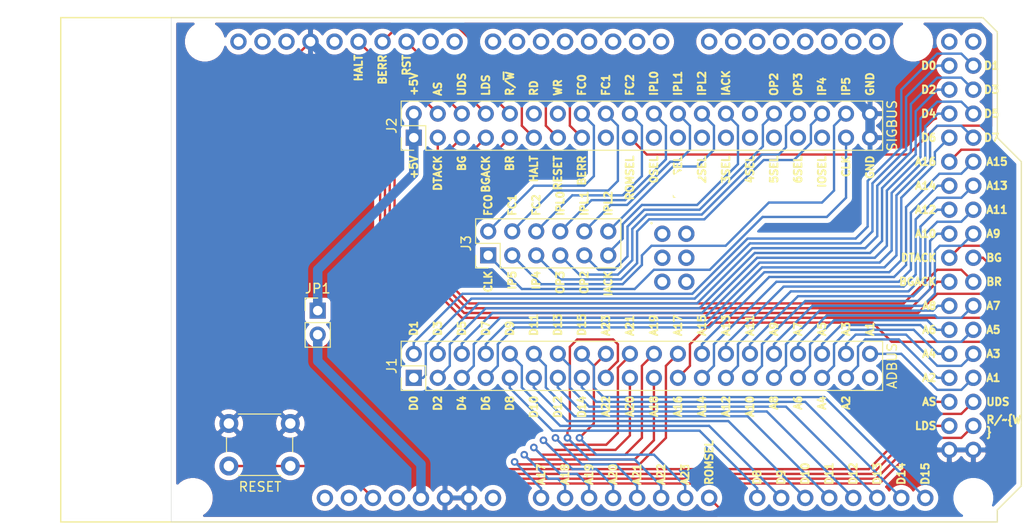
<source format=kicad_pcb>
(kicad_pcb (version 20171130) (host pcbnew 5.1.6+dfsg1-1)
  (title_block (title "68k-SBC Supervisor Shield") (rev 2))
  (layers (0 F.Cu signal) (31 B.Cu signal) (34 B.Paste user) (35 F.Paste user) (36 B.SilkS user) (37 F.SilkS user) (38 B.Mask user) (39 F.Mask user) (44 Edge.Cuts user))
  (net 0 "")
  (net 1 /A12)
  (net 2 "Net-(J1-Pad39)")
  (net 3 /A13)
  (net 4 /A1)
  (net 5 /A14)
  (net 6 /A2)
  (net 7 /A15)
  (net 8 /A3)
  (net 9 /A16)
  (net 10 /A4)
  (net 11 /A17)
  (net 12 /A5)
  (net 13 /A18)
  (net 14 /A6)
  (net 15 /A19)
  (net 16 /A7)
  (net 17 /A20)
  (net 18 /A8)
  (net 19 /A21)
  (net 20 /A9)
  (net 21 /A22)
  (net 22 /A10)
  (net 23 /A23)
  (net 24 /A11)
  (net 25 /D15)
  (net 26 /D7)
  (net 27 /D14)
  (net 28 /D6)
  (net 29 /D13)
  (net 30 /D5)
  (net 31 /D12)
  (net 32 /D4)
  (net 33 /D11)
  (net 34 /D3)
  (net 35 /D10)
  (net 36 /D2)
  (net 37 /D9)
  (net 38 /D1)
  (net 39 /D8)
  (net 40 /D0)
  (net 41 GND)
  (net 42 CLK)
  (net 43 IOSEL)
  (net 44 OP3)
  (net 45 6SEL)
  (net 46 OP2)
  (net 47 5SEL)
  (net 48 4SEL)
  (net 49 3SEL)
  (net 50 IPL2)
  (net 51 2SEL)
  (net 52 IPL1)
  (net 53 RAMSEL)
  (net 54 IPL0)
  (net 55 0SEL)
  (net 56 FC2)
  (net 57 ROMSEL)
  (net 58 FC1)
  (net 59 "Net-(J2-Pad17)")
  (net 60 FC0)
  (net 61 BERR)
  (net 62 WR)
  (net 63 RESET)
  (net 64 RD)
  (net 65 HALT)
  (net 66 R~W)
  (net 67 BR)
  (net 68 LDS)
  (net 69 BGACK)
  (net 70 UDS)
  (net 71 BG)
  (net 72 AS)
  (net 73 DTACK)
  (net 74 +5V)
  (net 75 "Net-(XA1-PadMISO)")
  (net 76 "Net-(XA1-Pad5V4)")
  (net 77 "Net-(XA1-Pad5V3)")
  (net 78 "Net-(XA1-PadD13)")
  (net 79 "Net-(XA1-PadAREF)")
  (net 80 "Net-(XA1-PadSDA)")
  (net 81 "Net-(XA1-PadSCL)")
  (net 82 "Net-(XA1-PadD9)")
  (net 83 "Net-(XA1-PadD8)")
  (net 84 "Net-(XA1-PadD7)")
  (net 85 "Net-(XA1-PadD5)")
  (net 86 "Net-(XA1-PadD4)")
  (net 87 "Net-(XA1-PadD3)")
  (net 88 "Net-(XA1-PadD2)")
  (net 89 "Net-(XA1-PadD1)")
  (net 90 "Net-(XA1-PadD0)")
  (net 91 "Net-(XA1-PadD14)")
  (net 92 "Net-(XA1-PadD15)")
  (net 93 "Net-(XA1-PadD16)")
  (net 94 "Net-(XA1-PadD17)")
  (net 95 "Net-(XA1-PadD18)")
  (net 96 "Net-(XA1-PadD19)")
  (net 97 "Net-(XA1-PadD20)")
  (net 98 "Net-(XA1-PadD21)")
  (net 99 "Net-(XA1-PadIORF)")
  (net 100 "Net-(XA1-Pad3V3)")
  (net 101 "Net-(XA1-PadVIN)")
  (net 102 "Net-(XA1-Pad5V2)")
  (net 103 "Net-(XA1-PadSCK)")
  (net 104 "Net-(XA1-PadMOSI)")
  (net 105 "Net-(XA1-PadGND4)")
  (net 106 "Net-(XA1-PadRST2)")
  (net 107 "Net-(J2-Pad1)")
  (net 108 "Net-(XA1-PadD6)")
  (net 109 "Net-(J2-Pad30)")
  (net 110 IACK)
  (net 111 "Net-(SW1-Pad2)")
  (net 112 IP5)
  (net 113 IP4)
  (module Connector_PinHeader_2.54mm:PinHeader_2x06_P2.54mm_Vertical (layer F.Cu) (at 108.712 83.566 90)
    (fp_text reference J3 (at 1.27 -2.33 90) (layer F.SilkS))
    (fp_text value UNMAPPED)
    (pad 12 thru_hole oval (at 2.54 12.7 90) (size 1.7 1.7) (drill 1) (layers *.Cu *.Mask) (net 50 IPL2))
    (pad 11 thru_hole oval (at 0 12.7 90) (size 1.7 1.7) (drill 1) (layers *.Cu *.Mask) (net 110 IACK))
    (pad 10 thru_hole oval (at 2.54 10.16 90) (size 1.7 1.7) (drill 1) (layers *.Cu *.Mask) (net 52 IPL1))
    (pad 9 thru_hole oval (at 0 10.16 90) (size 1.7 1.7) (drill 1) (layers *.Cu *.Mask) (net 46 OP2))
    (pad 8 thru_hole oval (at 2.54 7.62 90) (size 1.7 1.7) (drill 1) (layers *.Cu *.Mask) (net 54 IPL0))
    (pad 7 thru_hole oval (at 0 7.62 90) (size 1.7 1.7) (drill 1) (layers *.Cu *.Mask) (net 44 OP3))
    (pad 6 thru_hole oval (at 2.54 5.08 90) (size 1.7 1.7) (drill 1) (layers *.Cu *.Mask) (net 56 FC2))
    (pad 5 thru_hole oval (at 0 5.08 90) (size 1.7 1.7) (drill 1) (layers *.Cu *.Mask) (net 113 IP4))
    (pad 4 thru_hole oval (at 2.54 2.54 90) (size 1.7 1.7) (drill 1) (layers *.Cu *.Mask) (net 58 FC1))
    (pad 3 thru_hole oval (at 0 2.54 90) (size 1.7 1.7) (drill 1) (layers *.Cu *.Mask) (net 112 IP5))
    (pad 2 thru_hole oval (at 2.54 0 90) (size 1.7 1.7) (drill 1) (layers *.Cu *.Mask) (net 60 FC0))
    (pad 1 thru_hole rect (at 0 0 90) (size 1.7 1.7) (drill 1) (layers *.Cu *.Mask) (net 42 CLK))
  )
  (module Button_Switch_THT:SW_PUSH_6mm (layer F.Cu) (at 81.28 101.346)
    (fp_text reference SW1)
    (fp_text value RESET (at 3.302 6.7) (layer F.SilkS))
    (pad 1 thru_hole circle (at 6.5 0 90) (size 2 2) (drill 1.1) (layers *.Cu *.Mask) (net 41 GND))
    (pad 2 thru_hole circle (at 6.5 4.5 90) (size 2 2) (drill 1.1) (layers *.Cu *.Mask) (net 111 "Net-(SW1-Pad2)"))
    (pad 1 thru_hole circle (at 0 0 90) (size 2 2) (drill 1.1) (layers *.Cu *.Mask) (net 41 GND))
    (pad 2 thru_hole circle (at 0 4.5 90) (size 2 2) (drill 1.1) (layers *.Cu *.Mask) (net 111 "Net-(SW1-Pad2)"))
  )
  (module Connector_PinHeader_2.54mm:PinHeader_1x02_P2.54mm_Vertical (layer F.Cu) (at 90.678 89.408)
    (fp_text reference JP1 (at 0 -2.33) (layer F.SilkS))
    (fp_text value Jumper)
    (pad 2 thru_hole oval (at 0 2.54) (size 1.7 1.7) (drill 1) (layers *.Cu *.Mask) (net 74 +5V))
    (pad 1 thru_hole rect (at 0 0) (size 1.7 1.7) (drill 1) (layers *.Cu *.Mask) (net 107 "Net-(J2-Pad1)"))
  )
  (module ArduinoShields:Arduino_Mega2560_Shield (layer F.Cu) (at 63.5 111.76)
    (fp_text reference XA1)
    (fp_text value Arduino_Mega2560_Shield)
    (fp_text user . (at 62.484 -32.004) (layer F.SilkS))
    (pad MISO thru_hole oval (at 63.627 -30.48) (size 1.7272 1.7272) (drill 1.016) (layers *.Cu *.Mask) (net 75 "Net-(XA1-PadMISO)"))
    (pad GND6 thru_hole oval (at 96.52 -7.62) (size 1.7272 1.7272) (drill 1.016) (layers *.Cu *.Mask) (net 41 GND))
    (pad GND5 thru_hole oval (at 93.98 -7.62) (size 1.7272 1.7272) (drill 1.016) (layers *.Cu *.Mask) (net 41 GND))
    (pad D53 thru_hole oval (at 96.52 -10.16) (size 1.7272 1.7272) (drill 1.016) (layers *.Cu *.Mask) (net 66 R~W))
    (pad D52 thru_hole oval (at 93.98 -10.16) (size 1.7272 1.7272) (drill 1.016) (layers *.Cu *.Mask) (net 68 LDS))
    (pad D51 thru_hole oval (at 96.52 -12.7) (size 1.7272 1.7272) (drill 1.016) (layers *.Cu *.Mask) (net 70 UDS))
    (pad D50 thru_hole oval (at 93.98 -12.7) (size 1.7272 1.7272) (drill 1.016) (layers *.Cu *.Mask) (net 72 AS))
    (pad D49 thru_hole oval (at 96.52 -15.24) (size 1.7272 1.7272) (drill 1.016) (layers *.Cu *.Mask) (net 4 /A1))
    (pad D48 thru_hole oval (at 93.98 -15.24) (size 1.7272 1.7272) (drill 1.016) (layers *.Cu *.Mask) (net 6 /A2))
    (pad D47 thru_hole oval (at 96.52 -17.78) (size 1.7272 1.7272) (drill 1.016) (layers *.Cu *.Mask) (net 8 /A3))
    (pad D46 thru_hole oval (at 93.98 -17.78) (size 1.7272 1.7272) (drill 1.016) (layers *.Cu *.Mask) (net 10 /A4))
    (pad D45 thru_hole oval (at 96.52 -20.32) (size 1.7272 1.7272) (drill 1.016) (layers *.Cu *.Mask) (net 12 /A5))
    (pad D44 thru_hole oval (at 93.98 -20.32) (size 1.7272 1.7272) (drill 1.016) (layers *.Cu *.Mask) (net 14 /A6))
    (pad D43 thru_hole oval (at 96.52 -22.86) (size 1.7272 1.7272) (drill 1.016) (layers *.Cu *.Mask) (net 16 /A7))
    (pad D42 thru_hole oval (at 93.98 -22.86) (size 1.7272 1.7272) (drill 1.016) (layers *.Cu *.Mask) (net 18 /A8))
    (pad D41 thru_hole oval (at 96.52 -25.4) (size 1.7272 1.7272) (drill 1.016) (layers *.Cu *.Mask) (net 67 BR))
    (pad D40 thru_hole oval (at 93.98 -25.4) (size 1.7272 1.7272) (drill 1.016) (layers *.Cu *.Mask) (net 69 BGACK))
    (pad D39 thru_hole oval (at 96.52 -27.94) (size 1.7272 1.7272) (drill 1.016) (layers *.Cu *.Mask) (net 71 BG))
    (pad D38 thru_hole oval (at 93.98 -27.94) (size 1.7272 1.7272) (drill 1.016) (layers *.Cu *.Mask) (net 73 DTACK))
    (pad D37 thru_hole oval (at 96.52 -30.48) (size 1.7272 1.7272) (drill 1.016) (layers *.Cu *.Mask) (net 20 /A9))
    (pad D36 thru_hole oval (at 93.98 -30.48) (size 1.7272 1.7272) (drill 1.016) (layers *.Cu *.Mask) (net 22 /A10))
    (pad D35 thru_hole oval (at 96.52 -33.02) (size 1.7272 1.7272) (drill 1.016) (layers *.Cu *.Mask) (net 24 /A11))
    (pad D34 thru_hole oval (at 93.98 -33.02) (size 1.7272 1.7272) (drill 1.016) (layers *.Cu *.Mask) (net 1 /A12))
    (pad D33 thru_hole oval (at 96.52 -35.56) (size 1.7272 1.7272) (drill 1.016) (layers *.Cu *.Mask) (net 3 /A13))
    (pad D32 thru_hole oval (at 93.98 -35.56) (size 1.7272 1.7272) (drill 1.016) (layers *.Cu *.Mask) (net 5 /A14))
    (pad D31 thru_hole oval (at 96.52 -38.1) (size 1.7272 1.7272) (drill 1.016) (layers *.Cu *.Mask) (net 7 /A15))
    (pad D30 thru_hole oval (at 93.98 -38.1) (size 1.7272 1.7272) (drill 1.016) (layers *.Cu *.Mask) (net 9 /A16))
    (pad D29 thru_hole oval (at 96.52 -40.64) (size 1.7272 1.7272) (drill 1.016) (layers *.Cu *.Mask) (net 26 /D7))
    (pad D28 thru_hole oval (at 93.98 -40.64) (size 1.7272 1.7272) (drill 1.016) (layers *.Cu *.Mask) (net 28 /D6))
    (pad D27 thru_hole oval (at 96.52 -43.18) (size 1.7272 1.7272) (drill 1.016) (layers *.Cu *.Mask) (net 30 /D5))
    (pad D26 thru_hole oval (at 93.98 -43.18) (size 1.7272 1.7272) (drill 1.016) (layers *.Cu *.Mask) (net 32 /D4))
    (pad D25 thru_hole oval (at 96.52 -45.72) (size 1.7272 1.7272) (drill 1.016) (layers *.Cu *.Mask) (net 34 /D3))
    (pad D24 thru_hole oval (at 93.98 -45.72) (size 1.7272 1.7272) (drill 1.016) (layers *.Cu *.Mask) (net 36 /D2))
    (pad D23 thru_hole oval (at 96.52 -48.26) (size 1.7272 1.7272) (drill 1.016) (layers *.Cu *.Mask) (net 38 /D1))
    (pad D22 thru_hole oval (at 93.98 -48.26) (size 1.7272 1.7272) (drill 1.016) (layers *.Cu *.Mask) (net 40 /D0))
    (pad 5V4 thru_hole oval (at 96.52 -50.8) (size 1.7272 1.7272) (drill 1.016) (layers *.Cu *.Mask) (net 76 "Net-(XA1-Pad5V4)"))
    (pad 5V3 thru_hole oval (at 93.98 -50.8) (size 1.7272 1.7272) (drill 1.016) (layers *.Cu *.Mask) (net 77 "Net-(XA1-Pad5V3)"))
    (pad A15 thru_hole oval (at 91.44 -2.54) (size 1.7272 1.7272) (drill 1.016) (layers *.Cu *.Mask) (net 25 /D15))
    (pad A14 thru_hole oval (at 88.9 -2.54) (size 1.7272 1.7272) (drill 1.016) (layers *.Cu *.Mask) (net 27 /D14))
    (pad A13 thru_hole oval (at 86.36 -2.54) (size 1.7272 1.7272) (drill 1.016) (layers *.Cu *.Mask) (net 29 /D13))
    (pad A12 thru_hole oval (at 83.82 -2.54) (size 1.7272 1.7272) (drill 1.016) (layers *.Cu *.Mask) (net 31 /D12))
    (pad A11 thru_hole oval (at 81.28 -2.54) (size 1.7272 1.7272) (drill 1.016) (layers *.Cu *.Mask) (net 33 /D11))
    (pad A10 thru_hole oval (at 78.74 -2.54) (size 1.7272 1.7272) (drill 1.016) (layers *.Cu *.Mask) (net 35 /D10))
    (pad A9 thru_hole oval (at 76.2 -2.54) (size 1.7272 1.7272) (drill 1.016) (layers *.Cu *.Mask) (net 37 /D9))
    (pad A8 thru_hole oval (at 73.66 -2.54) (size 1.7272 1.7272) (drill 1.016) (layers *.Cu *.Mask) (net 39 /D8))
    (pad A7 thru_hole oval (at 68.58 -2.54) (size 1.7272 1.7272) (drill 1.016) (layers *.Cu *.Mask) (net 57 ROMSEL))
    (pad A6 thru_hole oval (at 66.04 -2.54) (size 1.7272 1.7272) (drill 1.016) (layers *.Cu *.Mask) (net 23 /A23))
    (pad A5 thru_hole oval (at 63.5 -2.54) (size 1.7272 1.7272) (drill 1.016) (layers *.Cu *.Mask) (net 21 /A22))
    (pad A4 thru_hole oval (at 60.96 -2.54) (size 1.7272 1.7272) (drill 1.016) (layers *.Cu *.Mask) (net 19 /A21))
    (pad A3 thru_hole oval (at 58.42 -2.54) (size 1.7272 1.7272) (drill 1.016) (layers *.Cu *.Mask) (net 17 /A20))
    (pad A2 thru_hole oval (at 55.88 -2.54) (size 1.7272 1.7272) (drill 1.016) (layers *.Cu *.Mask) (net 15 /A19))
    (pad A1 thru_hole oval (at 53.34 -2.54) (size 1.7272 1.7272) (drill 1.016) (layers *.Cu *.Mask) (net 13 /A18))
    (pad "" thru_hole oval (at 27.94 -2.54) (size 1.7272 1.7272) (drill 1.016) (layers *.Cu *.Mask))
    (pad D11 thru_hole oval (at 34.036 -50.8) (size 1.7272 1.7272) (drill 1.016) (layers *.Cu *.Mask) (net 61 BERR))
    (pad D12 thru_hole oval (at 31.496 -50.8) (size 1.7272 1.7272) (drill 1.016) (layers *.Cu *.Mask) (net 65 HALT))
    (pad D13 thru_hole oval (at 28.956 -50.8) (size 1.7272 1.7272) (drill 1.016) (layers *.Cu *.Mask) (net 78 "Net-(XA1-PadD13)"))
    (pad AREF thru_hole oval (at 23.876 -50.8) (size 1.7272 1.7272) (drill 1.016) (layers *.Cu *.Mask) (net 79 "Net-(XA1-PadAREF)"))
    (pad SDA thru_hole oval (at 21.336 -50.8) (size 1.7272 1.7272) (drill 1.016) (layers *.Cu *.Mask) (net 80 "Net-(XA1-PadSDA)"))
    (pad SCL thru_hole oval (at 18.796 -50.8) (size 1.7272 1.7272) (drill 1.016) (layers *.Cu *.Mask) (net 81 "Net-(XA1-PadSCL)"))
    (pad "" np_thru_hole circle (at 13.97 -2.54) (size 3.2 3.2) (drill 3.2) (layers *.Cu *.Mask))
    (pad "" np_thru_hole circle (at 96.52 -2.54) (size 3.2 3.2) (drill 3.2) (layers *.Cu *.Mask))
    (pad "" np_thru_hole circle (at 15.24 -50.8) (size 3.2 3.2) (drill 3.2) (layers *.Cu *.Mask))
    (pad "" np_thru_hole circle (at 90.17 -50.8) (size 3.2 3.2) (drill 3.2) (layers *.Cu *.Mask))
    (pad "" np_thru_hole circle (at 66.04 -35.56) (size 3.2 3.2) (drill 3.2) (layers *.Cu *.Mask))
    (pad "" np_thru_hole circle (at 66.04 -7.62) (size 3.2 3.2) (drill 3.2) (layers *.Cu *.Mask))
    (pad D10 thru_hole oval (at 36.576 -50.8) (size 1.7272 1.7272) (drill 1.016) (layers *.Cu *.Mask) (net 63 RESET))
    (pad D9 thru_hole oval (at 39.116 -50.8) (size 1.7272 1.7272) (drill 1.016) (layers *.Cu *.Mask) (net 82 "Net-(XA1-PadD9)"))
    (pad D8 thru_hole oval (at 41.656 -50.8) (size 1.7272 1.7272) (drill 1.016) (layers *.Cu *.Mask) (net 83 "Net-(XA1-PadD8)"))
    (pad GND1 thru_hole oval (at 26.416 -50.8) (size 1.7272 1.7272) (drill 1.016) (layers *.Cu *.Mask) (net 41 GND))
    (pad D7 thru_hole oval (at 45.72 -50.8) (size 1.7272 1.7272) (drill 1.016) (layers *.Cu *.Mask) (net 84 "Net-(XA1-PadD7)"))
    (pad D6 thru_hole oval (at 48.26 -50.8) (size 1.7272 1.7272) (drill 1.016) (layers *.Cu *.Mask) (net 108 "Net-(XA1-PadD6)"))
    (pad D5 thru_hole oval (at 50.8 -50.8) (size 1.7272 1.7272) (drill 1.016) (layers *.Cu *.Mask) (net 85 "Net-(XA1-PadD5)"))
    (pad D4 thru_hole oval (at 53.34 -50.8) (size 1.7272 1.7272) (drill 1.016) (layers *.Cu *.Mask) (net 86 "Net-(XA1-PadD4)"))
    (pad D3 thru_hole oval (at 55.88 -50.8) (size 1.7272 1.7272) (drill 1.016) (layers *.Cu *.Mask) (net 87 "Net-(XA1-PadD3)"))
    (pad D2 thru_hole oval (at 58.42 -50.8) (size 1.7272 1.7272) (drill 1.016) (layers *.Cu *.Mask) (net 88 "Net-(XA1-PadD2)"))
    (pad D1 thru_hole oval (at 60.96 -50.8) (size 1.7272 1.7272) (drill 1.016) (layers *.Cu *.Mask) (net 89 "Net-(XA1-PadD1)"))
    (pad D0 thru_hole oval (at 63.5 -50.8) (size 1.7272 1.7272) (drill 1.016) (layers *.Cu *.Mask) (net 90 "Net-(XA1-PadD0)"))
    (pad D14 thru_hole oval (at 68.58 -50.8) (size 1.7272 1.7272) (drill 1.016) (layers *.Cu *.Mask) (net 91 "Net-(XA1-PadD14)"))
    (pad D15 thru_hole oval (at 71.12 -50.8) (size 1.7272 1.7272) (drill 1.016) (layers *.Cu *.Mask) (net 92 "Net-(XA1-PadD15)"))
    (pad D16 thru_hole oval (at 73.66 -50.8) (size 1.7272 1.7272) (drill 1.016) (layers *.Cu *.Mask) (net 93 "Net-(XA1-PadD16)"))
    (pad D17 thru_hole oval (at 76.2 -50.8) (size 1.7272 1.7272) (drill 1.016) (layers *.Cu *.Mask) (net 94 "Net-(XA1-PadD17)"))
    (pad D18 thru_hole oval (at 78.74 -50.8) (size 1.7272 1.7272) (drill 1.016) (layers *.Cu *.Mask) (net 95 "Net-(XA1-PadD18)"))
    (pad D19 thru_hole oval (at 81.28 -50.8) (size 1.7272 1.7272) (drill 1.016) (layers *.Cu *.Mask) (net 96 "Net-(XA1-PadD19)"))
    (pad D20 thru_hole oval (at 83.82 -50.8) (size 1.7272 1.7272) (drill 1.016) (layers *.Cu *.Mask) (net 97 "Net-(XA1-PadD20)"))
    (pad D21 thru_hole oval (at 86.36 -50.8) (size 1.7272 1.7272) (drill 1.016) (layers *.Cu *.Mask) (net 98 "Net-(XA1-PadD21)"))
    (pad IORF thru_hole oval (at 30.48 -2.54) (size 1.7272 1.7272) (drill 1.016) (layers *.Cu *.Mask) (net 99 "Net-(XA1-PadIORF)"))
    (pad RST1 thru_hole oval (at 33.02 -2.54) (size 1.7272 1.7272) (drill 1.016) (layers *.Cu *.Mask) (net 111 "Net-(SW1-Pad2)"))
    (pad 3V3 thru_hole oval (at 35.56 -2.54) (size 1.7272 1.7272) (drill 1.016) (layers *.Cu *.Mask) (net 100 "Net-(XA1-Pad3V3)"))
    (pad 5V1 thru_hole oval (at 38.1 -2.54) (size 1.7272 1.7272) (drill 1.016) (layers *.Cu *.Mask) (net 74 +5V))
    (pad GND2 thru_hole oval (at 40.64 -2.54) (size 1.7272 1.7272) (drill 1.016) (layers *.Cu *.Mask) (net 41 GND))
    (pad GND3 thru_hole oval (at 43.18 -2.54) (size 1.7272 1.7272) (drill 1.016) (layers *.Cu *.Mask) (net 41 GND))
    (pad VIN thru_hole oval (at 45.72 -2.54) (size 1.7272 1.7272) (drill 1.016) (layers *.Cu *.Mask) (net 101 "Net-(XA1-PadVIN)"))
    (pad A0 thru_hole oval (at 50.8 -2.54) (size 1.7272 1.7272) (drill 1.016) (layers *.Cu *.Mask) (net 11 /A17))
    (pad 5V2 thru_hole oval (at 66.167 -30.48) (size 1.7272 1.7272) (drill 1.016) (layers *.Cu *.Mask) (net 102 "Net-(XA1-Pad5V2)"))
    (pad SCK thru_hole oval (at 63.627 -27.94) (size 1.7272 1.7272) (drill 1.016) (layers *.Cu *.Mask) (net 103 "Net-(XA1-PadSCK)"))
    (pad MOSI thru_hole oval (at 66.167 -27.94) (size 1.7272 1.7272) (drill 1.016) (layers *.Cu *.Mask) (net 104 "Net-(XA1-PadMOSI)"))
    (pad GND4 thru_hole oval (at 66.167 -25.4) (size 1.7272 1.7272) (drill 1.016) (layers *.Cu *.Mask) (net 105 "Net-(XA1-PadGND4)"))
    (pad RST2 thru_hole oval (at 63.627 -25.4) (size 1.7272 1.7272) (drill 1.016) (layers *.Cu *.Mask) (net 106 "Net-(XA1-PadRST2)"))
  )
  (module Connector_PinHeader_2.54mm:PinHeader_2x20_P2.54mm_Vertical (layer F.Cu) (at 100.838 71.12 90)
    (fp_text reference J2 (at 1.27 -2.33 90) (layer F.SilkS))
    (fp_text value SIGBUS (at 1.27 50.59 90) (layer F.SilkS))
    (pad 40 thru_hole oval (at 2.54 48.26 90) (size 1.7 1.7) (drill 1) (layers *.Cu *.Mask) (net 41 GND))
    (pad 39 thru_hole oval (at 0 48.26 90) (size 1.7 1.7) (drill 1) (layers *.Cu *.Mask) (net 41 GND))
    (pad 38 thru_hole oval (at 2.54 45.72 90) (size 1.7 1.7) (drill 1) (layers *.Cu *.Mask) (net 112 IP5))
    (pad 37 thru_hole oval (at 0 45.72 90) (size 1.7 1.7) (drill 1) (layers *.Cu *.Mask) (net 42 CLK))
    (pad 36 thru_hole oval (at 2.54 43.18 90) (size 1.7 1.7) (drill 1) (layers *.Cu *.Mask) (net 113 IP4))
    (pad 35 thru_hole oval (at 0 43.18 90) (size 1.7 1.7) (drill 1) (layers *.Cu *.Mask) (net 43 IOSEL))
    (pad 34 thru_hole oval (at 2.54 40.64 90) (size 1.7 1.7) (drill 1) (layers *.Cu *.Mask) (net 44 OP3))
    (pad 33 thru_hole oval (at 0 40.64 90) (size 1.7 1.7) (drill 1) (layers *.Cu *.Mask) (net 45 6SEL))
    (pad 32 thru_hole oval (at 2.54 38.1 90) (size 1.7 1.7) (drill 1) (layers *.Cu *.Mask) (net 46 OP2))
    (pad 31 thru_hole oval (at 0 38.1 90) (size 1.7 1.7) (drill 1) (layers *.Cu *.Mask) (net 47 5SEL))
    (pad 30 thru_hole oval (at 2.54 35.56 90) (size 1.7 1.7) (drill 1) (layers *.Cu *.Mask) (net 109 "Net-(J2-Pad30)"))
    (pad 29 thru_hole oval (at 0 35.56 90) (size 1.7 1.7) (drill 1) (layers *.Cu *.Mask) (net 48 4SEL))
    (pad 28 thru_hole oval (at 2.54 33.02 90) (size 1.7 1.7) (drill 1) (layers *.Cu *.Mask) (net 110 IACK))
    (pad 27 thru_hole oval (at 0 33.02 90) (size 1.7 1.7) (drill 1) (layers *.Cu *.Mask) (net 49 3SEL))
    (pad 26 thru_hole oval (at 2.54 30.48 90) (size 1.7 1.7) (drill 1) (layers *.Cu *.Mask) (net 50 IPL2))
    (pad 25 thru_hole oval (at 0 30.48 90) (size 1.7 1.7) (drill 1) (layers *.Cu *.Mask) (net 51 2SEL))
    (pad 24 thru_hole oval (at 2.54 27.94 90) (size 1.7 1.7) (drill 1) (layers *.Cu *.Mask) (net 52 IPL1))
    (pad 23 thru_hole oval (at 0 27.94 90) (size 1.7 1.7) (drill 1) (layers *.Cu *.Mask) (net 53 RAMSEL))
    (pad 22 thru_hole oval (at 2.54 25.4 90) (size 1.7 1.7) (drill 1) (layers *.Cu *.Mask) (net 54 IPL0))
    (pad 21 thru_hole oval (at 0 25.4 90) (size 1.7 1.7) (drill 1) (layers *.Cu *.Mask) (net 55 0SEL))
    (pad 20 thru_hole oval (at 2.54 22.86 90) (size 1.7 1.7) (drill 1) (layers *.Cu *.Mask) (net 56 FC2))
    (pad 19 thru_hole oval (at 0 22.86 90) (size 1.7 1.7) (drill 1) (layers *.Cu *.Mask) (net 57 ROMSEL))
    (pad 18 thru_hole oval (at 2.54 20.32 90) (size 1.7 1.7) (drill 1) (layers *.Cu *.Mask) (net 58 FC1))
    (pad 17 thru_hole oval (at 0 20.32 90) (size 1.7 1.7) (drill 1) (layers *.Cu *.Mask) (net 59 "Net-(J2-Pad17)"))
    (pad 16 thru_hole oval (at 2.54 17.78 90) (size 1.7 1.7) (drill 1) (layers *.Cu *.Mask) (net 60 FC0))
    (pad 15 thru_hole oval (at 0 17.78 90) (size 1.7 1.7) (drill 1) (layers *.Cu *.Mask) (net 61 BERR))
    (pad 14 thru_hole oval (at 2.54 15.24 90) (size 1.7 1.7) (drill 1) (layers *.Cu *.Mask) (net 62 WR))
    (pad 13 thru_hole oval (at 0 15.24 90) (size 1.7 1.7) (drill 1) (layers *.Cu *.Mask) (net 63 RESET))
    (pad 12 thru_hole oval (at 2.54 12.7 90) (size 1.7 1.7) (drill 1) (layers *.Cu *.Mask) (net 64 RD))
    (pad 11 thru_hole oval (at 0 12.7 90) (size 1.7 1.7) (drill 1) (layers *.Cu *.Mask) (net 65 HALT))
    (pad 10 thru_hole oval (at 2.54 10.16 90) (size 1.7 1.7) (drill 1) (layers *.Cu *.Mask) (net 66 R~W))
    (pad 9 thru_hole oval (at 0 10.16 90) (size 1.7 1.7) (drill 1) (layers *.Cu *.Mask) (net 67 BR))
    (pad 8 thru_hole oval (at 2.54 7.62 90) (size 1.7 1.7) (drill 1) (layers *.Cu *.Mask) (net 68 LDS))
    (pad 7 thru_hole oval (at 0 7.62 90) (size 1.7 1.7) (drill 1) (layers *.Cu *.Mask) (net 69 BGACK))
    (pad 6 thru_hole oval (at 2.54 5.08 90) (size 1.7 1.7) (drill 1) (layers *.Cu *.Mask) (net 70 UDS))
    (pad 5 thru_hole oval (at 0 5.08 90) (size 1.7 1.7) (drill 1) (layers *.Cu *.Mask) (net 71 BG))
    (pad 4 thru_hole oval (at 2.54 2.54 90) (size 1.7 1.7) (drill 1) (layers *.Cu *.Mask) (net 72 AS))
    (pad 3 thru_hole oval (at 0 2.54 90) (size 1.7 1.7) (drill 1) (layers *.Cu *.Mask) (net 73 DTACK))
    (pad 2 thru_hole oval (at 2.54 0 90) (size 1.7 1.7) (drill 1) (layers *.Cu *.Mask) (net 107 "Net-(J2-Pad1)"))
    (pad 1 thru_hole rect (at 0 0 90) (size 1.7 1.7) (drill 1) (layers *.Cu *.Mask) (net 107 "Net-(J2-Pad1)"))
  )
  (module Connector_PinHeader_2.54mm:PinHeader_2x20_P2.54mm_Vertical (layer F.Cu) (at 100.838 96.52 90)
    (fp_text reference J1 (at 1.27 -2.33 90) (layer F.SilkS))
    (fp_text value ADBUS (at 1.27 50.59 90) (layer F.SilkS))
    (pad 40 thru_hole oval (at 2.54 48.26 90) (size 1.7 1.7) (drill 1) (layers *.Cu *.Mask) (net 4 /A1))
    (pad 39 thru_hole oval (at 0 48.26 90) (size 1.7 1.7) (drill 1) (layers *.Cu *.Mask) (net 2 "Net-(J1-Pad39)"))
    (pad 38 thru_hole oval (at 2.54 45.72 90) (size 1.7 1.7) (drill 1) (layers *.Cu *.Mask) (net 8 /A3))
    (pad 37 thru_hole oval (at 0 45.72 90) (size 1.7 1.7) (drill 1) (layers *.Cu *.Mask) (net 6 /A2))
    (pad 36 thru_hole oval (at 2.54 43.18 90) (size 1.7 1.7) (drill 1) (layers *.Cu *.Mask) (net 12 /A5))
    (pad 35 thru_hole oval (at 0 43.18 90) (size 1.7 1.7) (drill 1) (layers *.Cu *.Mask) (net 10 /A4))
    (pad 34 thru_hole oval (at 2.54 40.64 90) (size 1.7 1.7) (drill 1) (layers *.Cu *.Mask) (net 16 /A7))
    (pad 33 thru_hole oval (at 0 40.64 90) (size 1.7 1.7) (drill 1) (layers *.Cu *.Mask) (net 14 /A6))
    (pad 32 thru_hole oval (at 2.54 38.1 90) (size 1.7 1.7) (drill 1) (layers *.Cu *.Mask) (net 20 /A9))
    (pad 31 thru_hole oval (at 0 38.1 90) (size 1.7 1.7) (drill 1) (layers *.Cu *.Mask) (net 18 /A8))
    (pad 30 thru_hole oval (at 2.54 35.56 90) (size 1.7 1.7) (drill 1) (layers *.Cu *.Mask) (net 24 /A11))
    (pad 29 thru_hole oval (at 0 35.56 90) (size 1.7 1.7) (drill 1) (layers *.Cu *.Mask) (net 22 /A10))
    (pad 28 thru_hole oval (at 2.54 33.02 90) (size 1.7 1.7) (drill 1) (layers *.Cu *.Mask) (net 3 /A13))
    (pad 27 thru_hole oval (at 0 33.02 90) (size 1.7 1.7) (drill 1) (layers *.Cu *.Mask) (net 1 /A12))
    (pad 26 thru_hole oval (at 2.54 30.48 90) (size 1.7 1.7) (drill 1) (layers *.Cu *.Mask) (net 7 /A15))
    (pad 25 thru_hole oval (at 0 30.48 90) (size 1.7 1.7) (drill 1) (layers *.Cu *.Mask) (net 5 /A14))
    (pad 24 thru_hole oval (at 2.54 27.94 90) (size 1.7 1.7) (drill 1) (layers *.Cu *.Mask) (net 11 /A17))
    (pad 23 thru_hole oval (at 0 27.94 90) (size 1.7 1.7) (drill 1) (layers *.Cu *.Mask) (net 9 /A16))
    (pad 22 thru_hole oval (at 2.54 25.4 90) (size 1.7 1.7) (drill 1) (layers *.Cu *.Mask) (net 15 /A19))
    (pad 21 thru_hole oval (at 0 25.4 90) (size 1.7 1.7) (drill 1) (layers *.Cu *.Mask) (net 13 /A18))
    (pad 20 thru_hole oval (at 2.54 22.86 90) (size 1.7 1.7) (drill 1) (layers *.Cu *.Mask) (net 19 /A21))
    (pad 19 thru_hole oval (at 0 22.86 90) (size 1.7 1.7) (drill 1) (layers *.Cu *.Mask) (net 17 /A20))
    (pad 18 thru_hole oval (at 2.54 20.32 90) (size 1.7 1.7) (drill 1) (layers *.Cu *.Mask) (net 23 /A23))
    (pad 17 thru_hole oval (at 0 20.32 90) (size 1.7 1.7) (drill 1) (layers *.Cu *.Mask) (net 21 /A22))
    (pad 16 thru_hole oval (at 2.54 17.78 90) (size 1.7 1.7) (drill 1) (layers *.Cu *.Mask) (net 25 /D15))
    (pad 15 thru_hole oval (at 0 17.78 90) (size 1.7 1.7) (drill 1) (layers *.Cu *.Mask) (net 27 /D14))
    (pad 14 thru_hole oval (at 2.54 15.24 90) (size 1.7 1.7) (drill 1) (layers *.Cu *.Mask) (net 29 /D13))
    (pad 13 thru_hole oval (at 0 15.24 90) (size 1.7 1.7) (drill 1) (layers *.Cu *.Mask) (net 31 /D12))
    (pad 12 thru_hole oval (at 2.54 12.7 90) (size 1.7 1.7) (drill 1) (layers *.Cu *.Mask) (net 33 /D11))
    (pad 11 thru_hole oval (at 0 12.7 90) (size 1.7 1.7) (drill 1) (layers *.Cu *.Mask) (net 35 /D10))
    (pad 10 thru_hole oval (at 2.54 10.16 90) (size 1.7 1.7) (drill 1) (layers *.Cu *.Mask) (net 37 /D9))
    (pad 9 thru_hole oval (at 0 10.16 90) (size 1.7 1.7) (drill 1) (layers *.Cu *.Mask) (net 39 /D8))
    (pad 8 thru_hole oval (at 2.54 7.62 90) (size 1.7 1.7) (drill 1) (layers *.Cu *.Mask) (net 26 /D7))
    (pad 7 thru_hole oval (at 0 7.62 90) (size 1.7 1.7) (drill 1) (layers *.Cu *.Mask) (net 28 /D6))
    (pad 6 thru_hole oval (at 2.54 5.08 90) (size 1.7 1.7) (drill 1) (layers *.Cu *.Mask) (net 30 /D5))
    (pad 5 thru_hole oval (at 0 5.08 90) (size 1.7 1.7) (drill 1) (layers *.Cu *.Mask) (net 32 /D4))
    (pad 4 thru_hole oval (at 2.54 2.54 90) (size 1.7 1.7) (drill 1) (layers *.Cu *.Mask) (net 34 /D3))
    (pad 3 thru_hole oval (at 0 2.54 90) (size 1.7 1.7) (drill 1) (layers *.Cu *.Mask) (net 36 /D2))
    (pad 2 thru_hole oval (at 2.54 0 90) (size 1.7 1.7) (drill 1) (layers *.Cu *.Mask) (net 38 /D1))
    (pad 1 thru_hole rect (at 0 0 90) (size 1.7 1.7) (drill 1) (layers *.Cu *.Mask) (net 40 /D0))
  )
  (gr_text IACK (at 121.412 85.09 90) (layer F.SilkS) (effects (font (size 0.8 0.8) (thickness 0.2)) (justify right)))
  (gr_text "OP2\n" (at 118.872 85.09 90) (layer F.SilkS) (effects (font (size 0.8 0.8) (thickness 0.2)) (justify right)))
  (gr_text OP3 (at 116.332 85.09 90) (layer F.SilkS) (effects (font (size 0.8 0.8) (thickness 0.2)) (justify right)))
  (gr_text IP4 (at 113.792 85.09 90) (layer F.SilkS) (effects (font (size 0.8 0.8) (thickness 0.2)) (justify right)))
  (gr_text CLK (at 108.712 85.09 90) (layer F.SilkS) (effects (font (size 0.8 0.8) (thickness 0.2)) (justify right)))
  (gr_text IP5 (at 111.252 85.09 90) (layer F.SilkS) (effects (font (size 0.8 0.8) (thickness 0.2)) (justify right)))
  (gr_text "IPL2\n" (at 121.412 79.502 90) (layer F.SilkS) (effects (font (size 0.8 0.8) (thickness 0.2)) (justify left)))
  (gr_text IPL1 (at 118.872 79.502 90) (layer F.SilkS) (effects (font (size 0.8 0.8) (thickness 0.2)) (justify left)))
  (gr_text IPL0 (at 116.332 79.502 90) (layer F.SilkS) (effects (font (size 0.8 0.8) (thickness 0.2)) (justify left)))
  (gr_text FC2 (at 113.792 79.502 90) (layer F.SilkS) (effects (font (size 0.8 0.8) (thickness 0.2)) (justify left)))
  (gr_text FC1 (at 111.252 79.502 90) (layer F.SilkS) (effects (font (size 0.8 0.8) (thickness 0.2)) (justify left)))
  (gr_text FC0 (at 108.712 79.502 90) (layer F.SilkS) (effects (font (size 0.8 0.8) (thickness 0.2)) (justify left)))
  (gr_text "R/~W\n" (at 161.29 101.6) (layer F.SilkS) (effects (font (size 0.8 0.8) (thickness 0.2)) (justify left)))
  (gr_text UDS (at 161.29 99.06) (layer F.SilkS) (effects (font (size 0.8 0.8) (thickness 0.2)) (justify left)))
  (gr_text A1 (at 161.29 96.52) (layer F.SilkS) (effects (font (size 0.8 0.8) (thickness 0.2)) (justify left)))
  (gr_text A3 (at 161.29 93.98) (layer F.SilkS) (effects (font (size 0.8 0.8) (thickness 0.2)) (justify left)))
  (gr_text A5 (at 161.29 91.44) (layer F.SilkS) (effects (font (size 0.8 0.8) (thickness 0.2)) (justify left)))
  (gr_text A7 (at 161.29 88.9) (layer F.SilkS) (effects (font (size 0.8 0.8) (thickness 0.2)) (justify left)))
  (gr_text BR (at 161.29 86.36) (layer F.SilkS) (effects (font (size 0.8 0.8) (thickness 0.2)) (justify left)))
  (gr_text BG (at 161.29 83.82) (layer F.SilkS) (effects (font (size 0.8 0.8) (thickness 0.2)) (justify left)))
  (gr_text A9 (at 161.29 81.28) (layer F.SilkS) (effects (font (size 0.8 0.8) (thickness 0.2)) (justify left)))
  (gr_text A11 (at 161.29 78.74) (layer F.SilkS) (effects (font (size 0.8 0.8) (thickness 0.2)) (justify left)))
  (gr_text A13 (at 161.29 76.2) (layer F.SilkS) (effects (font (size 0.8 0.8) (thickness 0.2)) (justify left)))
  (gr_text LDS (at 156.21 101.6) (layer F.SilkS) (effects (font (size 0.8 0.8) (thickness 0.2)) (justify right)))
  (gr_text AS (at 156.21 99.06) (layer F.SilkS) (effects (font (size 0.8 0.8) (thickness 0.2)) (justify right)))
  (gr_text A2 (at 156.21 96.52) (layer F.SilkS) (effects (font (size 0.8 0.8) (thickness 0.2)) (justify right)))
  (gr_text A4 (at 156.21 93.98) (layer F.SilkS) (effects (font (size 0.8 0.8) (thickness 0.2)) (justify right)))
  (gr_text A6 (at 156.21 91.44) (layer F.SilkS) (effects (font (size 0.8 0.8) (thickness 0.2)) (justify right)))
  (gr_text A8 (at 156.21 88.9) (layer F.SilkS) (effects (font (size 0.8 0.8) (thickness 0.2)) (justify right)))
  (gr_text BGACK (at 156.21 86.36) (layer F.SilkS) (effects (font (size 0.8 0.8) (thickness 0.2)) (justify right)))
  (gr_text DTACK (at 156.21 83.82) (layer F.SilkS) (effects (font (size 0.8 0.8) (thickness 0.2)) (justify right)))
  (gr_text A10 (at 156.21 81.28) (layer F.SilkS) (effects (font (size 0.8 0.8) (thickness 0.2)) (justify right)))
  (gr_text A12 (at 156.21 78.74) (layer F.SilkS) (effects (font (size 0.8 0.8) (thickness 0.2)) (justify right)))
  (gr_text A14 (at 156.21 76.2) (layer F.SilkS) (effects (font (size 0.8 0.8) (thickness 0.2)) (justify right)))
  (gr_text A16 (at 156.21 73.66) (layer F.SilkS) (effects (font (size 0.8 0.8) (thickness 0.2)) (justify right)))
  (gr_text D6 (at 156.21 71.12) (layer F.SilkS) (effects (font (size 0.8 0.8) (thickness 0.2)) (justify right)))
  (gr_text D4 (at 156.21 68.58) (layer F.SilkS) (effects (font (size 0.8 0.8) (thickness 0.2)) (justify right)))
  (gr_text D2 (at 156.21 66.04) (layer F.SilkS) (effects (font (size 0.8 0.8) (thickness 0.2)) (justify right)))
  (gr_text A15 (at 161.29 73.66) (layer F.SilkS) (effects (font (size 0.8 0.8) (thickness 0.2)) (justify left)))
  (gr_text D0 (at 156.21 63.5) (layer F.SilkS) (effects (font (size 0.8 0.8) (thickness 0.2)) (justify right)))
  (gr_text D7 (at 161.036 71.12) (layer F.SilkS) (effects (font (size 0.8 0.8) (thickness 0.2)) (justify left)))
  (gr_text D5 (at 161.036 68.58) (layer F.SilkS) (effects (font (size 0.8 0.8) (thickness 0.2)) (justify left)))
  (gr_text D3 (at 161.036 66.04) (layer F.SilkS) (effects (font (size 0.8 0.8) (thickness 0.2)) (justify left)))
  (gr_text D1 (at 161.036 63.5) (layer F.SilkS) (effects (font (size 0.8 0.8) (thickness 0.2)) (justify left)))
  (gr_text RST (at 100.076 62.23 90) (layer F.SilkS) (effects (font (size 0.8 0.8) (thickness 0.2)) (justify right)))
  (gr_text BERR (at 97.536 62.23 90) (layer F.SilkS) (effects (font (size 0.8 0.8) (thickness 0.2)) (justify right)))
  (gr_text HALT (at 94.996 62.23 90) (layer F.SilkS) (effects (font (size 0.8 0.8) (thickness 0.2)) (justify right)))
  (gr_text D15 (at 154.94 107.95 90) (layer F.SilkS) (effects (font (size 0.8 0.8) (thickness 0.2)) (justify left)))
  (gr_text D14 (at 152.4 107.95 90) (layer F.SilkS) (effects (font (size 0.8 0.8) (thickness 0.2)) (justify left)))
  (gr_text D13 (at 149.86 107.95 90) (layer F.SilkS) (effects (font (size 0.8 0.8) (thickness 0.2)) (justify left)))
  (gr_text D12 (at 147.32 107.95 90) (layer F.SilkS) (effects (font (size 0.8 0.8) (thickness 0.2)) (justify left)))
  (gr_text D11 (at 144.78 107.95 90) (layer F.SilkS) (effects (font (size 0.8 0.8) (thickness 0.2)) (justify left)))
  (gr_text D10 (at 142.24 107.95 90) (layer F.SilkS) (effects (font (size 0.8 0.8) (thickness 0.2)) (justify left)))
  (gr_text D9 (at 139.7 107.95 90) (layer F.SilkS) (effects (font (size 0.8 0.8) (thickness 0.2)) (justify left)))
  (gr_text D8 (at 137.16 107.95 90) (layer F.SilkS) (effects (font (size 0.8 0.8) (thickness 0.2)) (justify left)))
  (gr_text "ROMSEL\n" (at 132.08 107.95 90) (layer F.SilkS) (effects (font (size 0.8 0.8) (thickness 0.2)) (justify left)))
  (gr_text A23 (at 129.54 107.95 90) (layer F.SilkS) (effects (font (size 0.8 0.8) (thickness 0.2)) (justify left)))
  (gr_text A22 (at 127 107.95 90) (layer F.SilkS) (effects (font (size 0.8 0.8) (thickness 0.2)) (justify left)))
  (gr_text "A21\n" (at 124.46 107.95 90) (layer F.SilkS) (effects (font (size 0.8 0.8) (thickness 0.2)) (justify left)))
  (gr_text A20 (at 121.92 107.95 90) (layer F.SilkS) (effects (font (size 0.8 0.8) (thickness 0.2)) (justify left)))
  (gr_text A19 (at 119.38 107.95 90) (layer F.SilkS) (effects (font (size 0.8 0.8) (thickness 0.2)) (justify left)))
  (gr_text A18 (at 116.84 107.95 90) (layer F.SilkS) (effects (font (size 0.8 0.8) (thickness 0.2)) (justify left)))
  (gr_text A17 (at 114.3 107.95 90) (layer F.SilkS) (effects (font (size 0.8 0.8) (thickness 0.2)) (justify left)))
  (gr_text A1 (at 149.098 92.202 90) (layer F.SilkS) (effects (font (size 0.8 0.8) (thickness 0.2)) (justify left)))
  (gr_text A3 (at 146.558 92.202 90) (layer F.SilkS) (effects (font (size 0.8 0.8) (thickness 0.2)) (justify left)))
  (gr_text A2 (at 146.558 98.298 90) (layer F.SilkS) (effects (font (size 0.8 0.8) (thickness 0.2)) (justify right)))
  (gr_text A5 (at 144.018 92.202 90) (layer F.SilkS) (effects (font (size 0.8 0.8) (thickness 0.2)) (justify left)))
  (gr_text A4 (at 144.018 98.298 90) (layer F.SilkS) (effects (font (size 0.8 0.8) (thickness 0.2)) (justify right)))
  (gr_text A6 (at 141.478 98.298 90) (layer F.SilkS) (effects (font (size 0.8 0.8) (thickness 0.2)) (justify right)))
  (gr_text A7 (at 141.478 92.202 90) (layer F.SilkS) (effects (font (size 0.8 0.8) (thickness 0.2)) (justify left)))
  (gr_text A8 (at 138.938 98.298 90) (layer F.SilkS) (effects (font (size 0.8 0.8) (thickness 0.2)) (justify right)))
  (gr_text A9 (at 138.938 92.202 90) (layer F.SilkS) (effects (font (size 0.8 0.8) (thickness 0.2)) (justify left)))
  (gr_text A11 (at 136.398 92.202 90) (layer F.SilkS) (effects (font (size 0.8 0.8) (thickness 0.2)) (justify left)))
  (gr_text A10 (at 136.398 98.298 90) (layer F.SilkS) (effects (font (size 0.8 0.8) (thickness 0.2)) (justify right)))
  (gr_text A12 (at 133.858 98.298 90) (layer F.SilkS) (effects (font (size 0.8 0.8) (thickness 0.2)) (justify right)))
  (gr_text A13 (at 133.858 92.202 90) (layer F.SilkS) (effects (font (size 0.8 0.8) (thickness 0.2)) (justify left)))
  (gr_text A14 (at 131.318 98.298 90) (layer F.SilkS) (effects (font (size 0.8 0.8) (thickness 0.2)) (justify right)))
  (gr_text A15 (at 131.318 92.202 90) (layer F.SilkS) (effects (font (size 0.8 0.8) (thickness 0.2)) (justify left)))
  (gr_text A16 (at 128.778 98.298 90) (layer F.SilkS) (effects (font (size 0.8 0.8) (thickness 0.2)) (justify right)))
  (gr_text "A17\n" (at 128.778 92.202 90) (layer F.SilkS) (effects (font (size 0.8 0.8) (thickness 0.2)) (justify left)))
  (gr_text A19 (at 126.238 92.202 90) (layer F.SilkS) (effects (font (size 0.8 0.8) (thickness 0.2)) (justify left)))
  (gr_text A18 (at 126.238 98.298 90) (layer F.SilkS) (effects (font (size 0.8 0.8) (thickness 0.2)) (justify right)))
  (gr_text A20 (at 123.698 98.298 90) (layer F.SilkS) (effects (font (size 0.8 0.8) (thickness 0.2)) (justify right)))
  (gr_text A21 (at 123.698 92.202 90) (layer F.SilkS) (effects (font (size 0.8 0.8) (thickness 0.2)) (justify left)))
  (gr_text A23 (at 121.158 92.202 90) (layer F.SilkS) (effects (font (size 0.8 0.8) (thickness 0.2)) (justify left)))
  (gr_text A22 (at 121.158 98.298 90) (layer F.SilkS) (effects (font (size 0.8 0.8) (thickness 0.2)) (justify right)))
  (gr_text D15 (at 118.618 92.202 90) (layer F.SilkS) (effects (font (size 0.8 0.8) (thickness 0.2)) (justify left)))
  (gr_text D14 (at 118.618 98.298 90) (layer F.SilkS) (effects (font (size 0.8 0.8) (thickness 0.2)) (justify right)))
  (gr_text D12 (at 116.078 98.298 90) (layer F.SilkS) (effects (font (size 0.8 0.8) (thickness 0.2)) (justify right)))
  (gr_text D13 (at 116.078 92.202 90) (layer F.SilkS) (effects (font (size 0.8 0.8) (thickness 0.2)) (justify left)))
  (gr_text D11 (at 113.538 92.202 90) (layer F.SilkS) (effects (font (size 0.8 0.8) (thickness 0.2)) (justify left)))
  (gr_text D10 (at 113.538 98.298 90) (layer F.SilkS) (effects (font (size 0.8 0.8) (thickness 0.2)) (justify right)))
  (gr_text D8 (at 110.998 98.298 90) (layer F.SilkS) (effects (font (size 0.8 0.8) (thickness 0.2)) (justify right)))
  (gr_text D9 (at 110.998 92.202 90) (layer F.SilkS) (effects (font (size 0.8 0.8) (thickness 0.2)) (justify left)))
  (gr_text D7 (at 108.458 92.202 90) (layer F.SilkS) (effects (font (size 0.8 0.8) (thickness 0.2)) (justify left)))
  (gr_text D6 (at 108.458 98.298 90) (layer F.SilkS) (effects (font (size 0.8 0.8) (thickness 0.2)) (justify right)))
  (gr_text D5 (at 105.918 92.202 90) (layer F.SilkS) (effects (font (size 0.8 0.8) (thickness 0.2)) (justify left)))
  (gr_text D4 (at 105.918 98.298 90) (layer F.SilkS) (effects (font (size 0.8 0.8) (thickness 0.2)) (justify right)))
  (gr_text D3 (at 103.378 92.202 90) (layer F.SilkS) (effects (font (size 0.8 0.8) (thickness 0.2)) (justify left)))
  (gr_text D2 (at 103.378 98.298 90) (layer F.SilkS) (effects (font (size 0.8 0.8) (thickness 0.2)) (justify right)))
  (gr_text D0 (at 100.838 98.298 90) (layer F.SilkS) (effects (font (size 0.8 0.8) (thickness 0.2)) (justify right)))
  (gr_text D1 (at 100.838 92.202 90) (layer F.SilkS) (effects (font (size 0.8 0.8) (thickness 0.2)) (justify left)))
  (gr_text GND (at 149.098 66.802 90) (layer F.SilkS) (effects (font (size 0.8 0.8) (thickness 0.2)) (justify left)))
  (gr_text IP5 (at 146.558 66.802 90) (layer F.SilkS) (effects (font (size 0.8 0.8) (thickness 0.2)) (justify left)))
  (gr_text IP4 (at 144.018 66.802 90) (layer F.SilkS) (effects (font (size 0.8 0.8) (thickness 0.2)) (justify left)))
  (gr_text OP3 (at 141.478 66.802 90) (layer F.SilkS) (effects (font (size 0.8 0.8) (thickness 0.2)) (justify left)))
  (gr_text OP2 (at 138.938 66.802 90) (layer F.SilkS) (effects (font (size 0.8 0.8) (thickness 0.2)) (justify left)))
  (gr_text IACK (at 133.858 66.802 90) (layer F.SilkS) (effects (font (size 0.8 0.8) (thickness 0.2)) (justify left)))
  (gr_text IPL2 (at 131.318 66.802 90) (layer F.SilkS) (effects (font (size 0.8 0.8) (thickness 0.2)) (justify left)))
  (gr_text IPL1 (at 128.778 66.802 90) (layer F.SilkS) (effects (font (size 0.8 0.8) (thickness 0.2)) (justify left)))
  (gr_text IPL0 (at 126.238 66.802 90) (layer F.SilkS) (effects (font (size 0.8 0.8) (thickness 0.2)) (justify left)))
  (gr_text FC2 (at 123.698 66.802 90) (layer F.SilkS) (effects (font (size 0.8 0.8) (thickness 0.2)) (justify left)))
  (gr_text FC1 (at 121.158 66.802 90) (layer F.SilkS) (effects (font (size 0.8 0.8) (thickness 0.2)) (justify left)))
  (gr_text FC0 (at 118.618 66.802 90) (layer F.SilkS) (effects (font (size 0.8 0.8) (thickness 0.2)) (justify left)))
  (gr_text WR (at 116.078 66.802 90) (layer F.SilkS) (effects (font (size 0.8 0.8) (thickness 0.2)) (justify left)))
  (gr_text GND (at 149.098 72.898 90) (layer F.SilkS) (effects (font (size 0.8 0.8) (thickness 0.2)) (justify right)))
  (gr_text CLK (at 146.558 72.898 90) (layer F.SilkS) (effects (font (size 0.8 0.8) (thickness 0.2)) (justify right)))
  (gr_text IOSEL (at 144.018 72.898 90) (layer F.SilkS) (effects (font (size 0.8 0.8) (thickness 0.2)) (justify right)))
  (gr_text 6SEL (at 141.478 72.898 90) (layer F.SilkS) (effects (font (size 0.8 0.8) (thickness 0.2)) (justify right)))
  (gr_text 5SEL (at 138.938 72.898 90) (layer F.SilkS) (effects (font (size 0.8 0.8) (thickness 0.2)) (justify right)))
  (gr_text 4SEL (at 136.398 72.898 90) (layer F.SilkS) (effects (font (size 0.8 0.8) (thickness 0.2)) (justify right)))
  (gr_text 3SEL (at 133.858 72.898 90) (layer F.SilkS) (effects (font (size 0.8 0.8) (thickness 0.2)) (justify right)))
  (gr_text 2SEL (at 131.318 72.898 90) (layer F.SilkS) (effects (font (size 0.8 0.8) (thickness 0.2)) (justify right)))
  (gr_text RAMSEL (at 128.778 72.898 90) (layer F.SilkS) (effects (font (size 0.8 0.8) (thickness 0.2)) (justify right)))
  (gr_text 0SEL (at 126.238 72.898 90) (layer F.SilkS) (effects (font (size 0.8 0.8) (thickness 0.2)) (justify right)))
  (gr_text ROMSEL (at 123.698 72.898 90) (layer F.SilkS) (effects (font (size 0.8 0.8) (thickness 0.2)) (justify right)))
  (gr_text BERR (at 118.618 72.898 90) (layer F.SilkS) (effects (font (size 0.8 0.8) (thickness 0.2)) (justify right)))
  (gr_text RESET (at 116.078 72.898 90) (layer F.SilkS) (effects (font (size 0.8 0.8) (thickness 0.2)) (justify right)))
  (gr_text HALT (at 113.538 72.898 90) (layer F.SilkS) (effects (font (size 0.8 0.8) (thickness 0.2)) (justify right)))
  (gr_text BR (at 110.998 72.898 90) (layer F.SilkS) (effects (font (size 0.8 0.8) (thickness 0.2)) (justify right)))
  (gr_text BGACK (at 108.458 72.898 90) (layer F.SilkS) (effects (font (size 0.8 0.8) (thickness 0.2)) (justify right)))
  (gr_text BG (at 105.918 72.898 90) (layer F.SilkS) (effects (font (size 0.8 0.8) (thickness 0.2)) (justify right)))
  (gr_text "DTACK\n" (at 103.378 72.898 90) (layer F.SilkS) (effects (font (size 0.8 0.8) (thickness 0.2)) (justify right)))
  (gr_text +5V (at 100.838 72.898 90) (layer F.SilkS) (effects (font (size 0.8 0.8) (thickness 0.2)) (justify right)))
  (gr_text +5V (at 100.838 66.802 90) (layer F.SilkS) (effects (font (size 0.8 0.8) (thickness 0.2)) (justify left)))
  (gr_text RD (at 113.538 66.802 90) (layer F.SilkS) (effects (font (size 0.8 0.8) (thickness 0.2)) (justify left)))
  (gr_text R/~W (at 110.998 66.802 90) (layer F.SilkS) (effects (font (size 0.8 0.8) (thickness 0.2)) (justify left)))
  (gr_text LDS (at 108.458 66.802 90) (layer F.SilkS) (effects (font (size 0.8 0.8) (thickness 0.2)) (justify left)))
  (gr_text "UDS\n" (at 105.918 66.802 90) (layer F.SilkS) (effects (font (size 0.8 0.8) (thickness 0.2)) (justify left)))
  (gr_text AS (at 103.378 66.802 90) (layer F.SilkS) (effects (font (size 0.8 0.8) (thickness 0.2)) (justify left)))
  (gr_line (start 75.184 58.42) (end 161.036 58.42) (layer Edge.Cuts) (width 0.05))
  (gr_line (start 75.184 111.76) (end 75.184 58.42) (layer Edge.Cuts) (width 0.05))
  (gr_line (start 162.56 111.76) (end 75.184 111.76) (layer Edge.Cuts) (width 0.05))
  (gr_line (start 162.56 110.49) (end 162.56 111.76) (layer Edge.Cuts) (width 0.05))
  (gr_line (start 165.1 107.95) (end 162.56 110.49) (layer Edge.Cuts) (width 0.05))
  (gr_line (start 165.1 73.66) (end 165.1 107.95) (layer Edge.Cuts) (width 0.05))
  (gr_line (start 162.56 71.12) (end 165.1 73.66) (layer Edge.Cuts) (width 0.05))
  (gr_line (start 162.56 59.944) (end 162.56 71.12) (layer Edge.Cuts) (width 0.05))
  (gr_line (start 161.036 58.42) (end 162.56 59.944) (layer Edge.Cuts) (width 0.05))
  (segment (start 154.432 80.518) (end 156.21 78.74) (width 0.25) (layer B.Cu) (net 1))
  (segment (start 154.432 86.106) (end 154.432 80.518) (width 0.25) (layer B.Cu) (net 1))
  (segment (start 153.162 87.376) (end 154.432 86.106) (width 0.25) (layer B.Cu) (net 1))
  (segment (start 140.716 87.376) (end 153.162 87.376) (width 0.25) (layer B.Cu) (net 1))
  (segment (start 135.128 95.25) (end 135.128 92.964) (width 0.25) (layer B.Cu) (net 1))
  (segment (start 156.21 78.74) (end 157.48 78.74) (width 0.25) (layer B.Cu) (net 1))
  (segment (start 135.128 92.964) (end 140.716 87.376) (width 0.25) (layer B.Cu) (net 1))
  (segment (start 133.858 96.52) (end 135.128 95.25) (width 0.25) (layer B.Cu) (net 1))
  (segment (start 159.156401 77.063599) (end 160.02 76.2) (width 0.25) (layer B.Cu) (net 3))
  (segment (start 158.75 77.47) (end 159.156401 77.063599) (width 0.25) (layer B.Cu) (net 3))
  (segment (start 156.21 77.47) (end 158.75 77.47) (width 0.25) (layer B.Cu) (net 3))
  (segment (start 153.924 79.756) (end 156.21 77.47) (width 0.25) (layer B.Cu) (net 3))
  (segment (start 153.924 85.598) (end 153.924 79.756) (width 0.25) (layer B.Cu) (net 3))
  (segment (start 152.654 86.868) (end 153.924 85.598) (width 0.25) (layer B.Cu) (net 3))
  (segment (start 139.954 86.868) (end 152.654 86.868) (width 0.25) (layer B.Cu) (net 3))
  (segment (start 133.858 92.964) (end 139.954 86.868) (width 0.25) (layer B.Cu) (net 3))
  (segment (start 133.858 93.98) (end 133.858 92.964) (width 0.25) (layer B.Cu) (net 3))
  (segment (start 158.75 97.79) (end 160.02 96.52) (width 0.25) (layer B.Cu) (net 4))
  (segment (start 156.21 97.79) (end 158.75 97.79) (width 0.25) (layer B.Cu) (net 4))
  (segment (start 152.4 93.98) (end 156.21 97.79) (width 0.25) (layer B.Cu) (net 4))
  (segment (start 149.098 93.98) (end 152.4 93.98) (width 0.25) (layer B.Cu) (net 4))
  (segment (start 153.416 79.042686) (end 156.258686 76.2) (width 0.25) (layer B.Cu) (net 5))
  (segment (start 153.416 85.09) (end 153.416 79.042686) (width 0.25) (layer B.Cu) (net 5))
  (segment (start 156.258686 76.2) (end 157.48 76.2) (width 0.25) (layer B.Cu) (net 5))
  (segment (start 152.146 86.36) (end 153.416 85.09) (width 0.25) (layer B.Cu) (net 5))
  (segment (start 139.192 86.36) (end 152.146 86.36) (width 0.25) (layer B.Cu) (net 5))
  (segment (start 132.588 92.964) (end 139.192 86.36) (width 0.25) (layer B.Cu) (net 5))
  (segment (start 132.588 95.25) (end 132.588 92.964) (width 0.25) (layer B.Cu) (net 5))
  (segment (start 131.318 96.52) (end 132.588 95.25) (width 0.25) (layer B.Cu) (net 5))
  (segment (start 148.59 92.456) (end 152.146 92.456) (width 0.25) (layer B.Cu) (net 6))
  (segment (start 156.21 96.52) (end 157.48 96.52) (width 0.25) (layer B.Cu) (net 6))
  (segment (start 152.146 92.456) (end 156.21 96.52) (width 0.25) (layer B.Cu) (net 6))
  (segment (start 147.828 93.218) (end 148.59 92.456) (width 0.25) (layer B.Cu) (net 6))
  (segment (start 147.828 95.25) (end 147.828 93.218) (width 0.25) (layer B.Cu) (net 6))
  (segment (start 146.558 96.52) (end 147.828 95.25) (width 0.25) (layer B.Cu) (net 6))
  (segment (start 158.75 74.93) (end 159.156401 74.523599) (width 0.25) (layer B.Cu) (net 7))
  (segment (start 156.43225 74.93) (end 158.75 74.93) (width 0.25) (layer B.Cu) (net 7))
  (segment (start 152.908 78.45425) (end 156.43225 74.93) (width 0.25) (layer B.Cu) (net 7))
  (segment (start 151.638 85.852) (end 152.908 84.582) (width 0.25) (layer B.Cu) (net 7))
  (segment (start 131.318 92.964) (end 138.43 85.852) (width 0.25) (layer B.Cu) (net 7))
  (segment (start 159.156401 74.523599) (end 160.02 73.66) (width 0.25) (layer B.Cu) (net 7))
  (segment (start 152.908 84.582) (end 152.908 78.45425) (width 0.25) (layer B.Cu) (net 7))
  (segment (start 138.43 85.852) (end 151.638 85.852) (width 0.25) (layer B.Cu) (net 7))
  (segment (start 131.318 93.98) (end 131.318 92.964) (width 0.25) (layer B.Cu) (net 7))
  (segment (start 159.156401 94.843599) (end 160.02 93.98) (width 0.25) (layer B.Cu) (net 8))
  (segment (start 158.75 95.25) (end 159.156401 94.843599) (width 0.25) (layer B.Cu) (net 8))
  (segment (start 147.574 91.948) (end 152.908 91.948) (width 0.25) (layer B.Cu) (net 8))
  (segment (start 152.908 91.948) (end 156.21 95.25) (width 0.25) (layer B.Cu) (net 8))
  (segment (start 146.558 92.964) (end 147.574 91.948) (width 0.25) (layer B.Cu) (net 8))
  (segment (start 156.21 95.25) (end 158.75 95.25) (width 0.25) (layer B.Cu) (net 8))
  (segment (start 146.558 93.98) (end 146.558 92.964) (width 0.25) (layer B.Cu) (net 8))
  (segment (start 158.75 72.39) (end 157.48 73.66) (width 0.25) (layer F.Cu) (net 9))
  (segment (start 161.036 72.39) (end 158.75 72.39) (width 0.25) (layer F.Cu) (net 9))
  (segment (start 163.322 74.676) (end 161.036 72.39) (width 0.25) (layer F.Cu) (net 9))
  (segment (start 163.322 90.678) (end 163.322 74.676) (width 0.25) (layer F.Cu) (net 9))
  (segment (start 161.29 92.71) (end 163.322 90.678) (width 0.25) (layer F.Cu) (net 9))
  (segment (start 149.352 90.678) (end 151.384 92.71) (width 0.25) (layer F.Cu) (net 9))
  (segment (start 151.384 92.71) (end 161.29 92.71) (width 0.25) (layer F.Cu) (net 9))
  (segment (start 132.334 90.678) (end 149.352 90.678) (width 0.25) (layer F.Cu) (net 9))
  (segment (start 130.048 92.964) (end 132.334 90.678) (width 0.25) (layer F.Cu) (net 9))
  (segment (start 130.048 95.25) (end 130.048 92.964) (width 0.25) (layer F.Cu) (net 9))
  (segment (start 128.778 96.52) (end 130.048 95.25) (width 0.25) (layer F.Cu) (net 9))
  (segment (start 156.258686 93.98) (end 157.48 93.98) (width 0.25) (layer B.Cu) (net 10))
  (segment (start 153.718686 91.44) (end 156.258686 93.98) (width 0.25) (layer B.Cu) (net 10))
  (segment (start 146.812 91.44) (end 153.718686 91.44) (width 0.25) (layer B.Cu) (net 10))
  (segment (start 145.288 92.964) (end 146.812 91.44) (width 0.25) (layer B.Cu) (net 10))
  (segment (start 145.288 95.25) (end 145.288 92.964) (width 0.25) (layer B.Cu) (net 10))
  (segment (start 144.018 96.52) (end 145.288 95.25) (width 0.25) (layer B.Cu) (net 10))
  (segment (start 111.506 105.41) (end 111.506 105.41) (width 0.25) (layer B.Cu) (net 11))
  (via (at 111.506 105.41) (size 0.8) (drill 0.4) (layers F.Cu B.Cu) (net 11))
  (segment (start 111.506 105.41) (end 111.76 105.664) (width 0.25) (layer F.Cu) (net 11))
  (segment (start 127.508 95.25) (end 128.778 93.98) (width 0.25) (layer F.Cu) (net 11))
  (segment (start 127.508 102.87) (end 127.508 95.25) (width 0.25) (layer F.Cu) (net 11))
  (segment (start 124.714 105.664) (end 127.508 102.87) (width 0.25) (layer F.Cu) (net 11))
  (segment (start 111.76 105.664) (end 124.714 105.664) (width 0.25) (layer F.Cu) (net 11))
  (segment (start 114.3 109.22) (end 114.3 108.204) (width 0.25) (layer B.Cu) (net 11))
  (segment (start 114.3 108.204) (end 111.506 105.41) (width 0.25) (layer B.Cu) (net 11))
  (segment (start 159.156401 92.303599) (end 160.02 91.44) (width 0.25) (layer B.Cu) (net 12))
  (segment (start 158.75 92.71) (end 159.156401 92.303599) (width 0.25) (layer B.Cu) (net 12))
  (segment (start 156.21 92.71) (end 158.75 92.71) (width 0.25) (layer B.Cu) (net 12))
  (segment (start 154.432 90.932) (end 156.21 92.71) (width 0.25) (layer B.Cu) (net 12))
  (segment (start 146.05 90.932) (end 154.432 90.932) (width 0.25) (layer B.Cu) (net 12))
  (segment (start 144.018 92.964) (end 146.05 90.932) (width 0.25) (layer B.Cu) (net 12))
  (segment (start 144.018 93.98) (end 144.018 92.964) (width 0.25) (layer B.Cu) (net 12))
  (segment (start 112.522 104.648) (end 112.522 104.648) (width 0.25) (layer B.Cu) (net 13))
  (via (at 112.522 104.648) (size 0.8) (drill 0.4) (layers F.Cu B.Cu) (net 13))
  (segment (start 112.522 104.648) (end 113.03 105.156) (width 0.25) (layer F.Cu) (net 13))
  (segment (start 126.238 103.124) (end 126.238 96.52) (width 0.25) (layer F.Cu) (net 13))
  (segment (start 124.206 105.156) (end 126.238 103.124) (width 0.25) (layer F.Cu) (net 13))
  (segment (start 113.03 105.156) (end 124.206 105.156) (width 0.25) (layer F.Cu) (net 13))
  (segment (start 115.062 107.188) (end 112.522 104.648) (width 0.25) (layer B.Cu) (net 13))
  (segment (start 116.078 107.188) (end 115.062 107.188) (width 0.25) (layer B.Cu) (net 13))
  (segment (start 116.84 107.95) (end 116.078 107.188) (width 0.25) (layer B.Cu) (net 13))
  (segment (start 116.84 109.22) (end 116.84 107.95) (width 0.25) (layer B.Cu) (net 13))
  (segment (start 156.156641 91.44) (end 157.48 91.44) (width 0.25) (layer B.Cu) (net 14))
  (segment (start 155.140641 90.424) (end 156.156641 91.44) (width 0.25) (layer B.Cu) (net 14))
  (segment (start 145.288 90.424) (end 155.140641 90.424) (width 0.25) (layer B.Cu) (net 14))
  (segment (start 142.748 92.964) (end 145.288 90.424) (width 0.25) (layer B.Cu) (net 14))
  (segment (start 142.748 95.25) (end 142.748 92.964) (width 0.25) (layer B.Cu) (net 14))
  (segment (start 141.478 96.52) (end 142.748 95.25) (width 0.25) (layer B.Cu) (net 14))
  (segment (start 113.538 103.886) (end 113.538 103.886) (width 0.25) (layer B.Cu) (net 15))
  (via (at 113.538 103.886) (size 0.8) (drill 0.4) (layers F.Cu B.Cu) (net 15))
  (segment (start 124.968 95.25) (end 126.238 93.98) (width 0.25) (layer F.Cu) (net 15))
  (segment (start 124.968 102.87) (end 124.968 95.25) (width 0.25) (layer F.Cu) (net 15))
  (segment (start 123.19 104.648) (end 124.968 102.87) (width 0.25) (layer F.Cu) (net 15))
  (segment (start 114.3 104.648) (end 123.19 104.648) (width 0.25) (layer F.Cu) (net 15))
  (segment (start 113.538 103.886) (end 114.3 104.648) (width 0.25) (layer F.Cu) (net 15))
  (segment (start 116.332 106.68) (end 113.538 103.886) (width 0.25) (layer B.Cu) (net 15))
  (segment (start 118.11 106.68) (end 116.332 106.68) (width 0.25) (layer B.Cu) (net 15))
  (segment (start 119.38 107.95) (end 118.11 106.68) (width 0.25) (layer B.Cu) (net 15))
  (segment (start 119.38 109.22) (end 119.38 107.95) (width 0.25) (layer B.Cu) (net 15))
  (segment (start 159.156401 89.763599) (end 160.02 88.9) (width 0.25) (layer B.Cu) (net 16))
  (segment (start 158.75 90.17) (end 159.156401 89.763599) (width 0.25) (layer B.Cu) (net 16))
  (segment (start 156.21 90.17) (end 158.75 90.17) (width 0.25) (layer B.Cu) (net 16))
  (segment (start 155.956 89.916) (end 156.21 90.17) (width 0.25) (layer B.Cu) (net 16))
  (segment (start 141.478 92.964) (end 144.526 89.916) (width 0.25) (layer B.Cu) (net 16))
  (segment (start 144.526 89.916) (end 155.956 89.916) (width 0.25) (layer B.Cu) (net 16))
  (segment (start 141.478 93.98) (end 141.478 92.964) (width 0.25) (layer B.Cu) (net 16))
  (segment (start 114.554 103.124) (end 114.554 103.124) (width 0.25) (layer B.Cu) (net 17))
  (via (at 114.554 103.124) (size 0.8) (drill 0.4) (layers F.Cu B.Cu) (net 17))
  (segment (start 123.698 102.616) (end 123.698 96.52) (width 0.25) (layer F.Cu) (net 17))
  (segment (start 122.174 104.14) (end 123.698 102.616) (width 0.25) (layer F.Cu) (net 17))
  (segment (start 115.57 104.14) (end 122.174 104.14) (width 0.25) (layer F.Cu) (net 17))
  (segment (start 114.554 103.124) (end 115.57 104.14) (width 0.25) (layer F.Cu) (net 17))
  (segment (start 120.142 106.172) (end 117.602 106.172) (width 0.25) (layer B.Cu) (net 17))
  (segment (start 117.602 106.172) (end 114.554 103.124) (width 0.25) (layer B.Cu) (net 17))
  (segment (start 121.92 107.95) (end 120.142 106.172) (width 0.25) (layer B.Cu) (net 17))
  (segment (start 121.92 109.22) (end 121.92 107.95) (width 0.25) (layer B.Cu) (net 17))
  (segment (start 155.750686 89.408) (end 156.258686 88.9) (width 0.25) (layer B.Cu) (net 18))
  (segment (start 156.258686 88.9) (end 157.48 88.9) (width 0.25) (layer B.Cu) (net 18))
  (segment (start 143.764 89.408) (end 155.750686 89.408) (width 0.25) (layer B.Cu) (net 18))
  (segment (start 140.208 92.964) (end 143.764 89.408) (width 0.25) (layer B.Cu) (net 18))
  (segment (start 140.208 95.25) (end 140.208 92.964) (width 0.25) (layer B.Cu) (net 18))
  (segment (start 138.938 96.52) (end 140.208 95.25) (width 0.25) (layer B.Cu) (net 18))
  (segment (start 115.824 102.87) (end 115.824 102.87) (width 0.25) (layer B.Cu) (net 19))
  (via (at 115.824 102.87) (size 0.8) (drill 0.4) (layers F.Cu B.Cu) (net 19))
  (segment (start 122.428 95.441205) (end 123.698 94.171205) (width 0.25) (layer F.Cu) (net 19))
  (segment (start 121.194999 103.595001) (end 122.428 102.362) (width 0.25) (layer F.Cu) (net 19))
  (segment (start 123.698 94.171205) (end 123.698 93.98) (width 0.25) (layer F.Cu) (net 19))
  (segment (start 122.428 102.362) (end 122.428 95.441205) (width 0.25) (layer F.Cu) (net 19))
  (segment (start 116.549001 103.595001) (end 121.194999 103.595001) (width 0.25) (layer F.Cu) (net 19))
  (segment (start 115.824 102.87) (end 116.549001 103.595001) (width 0.25) (layer F.Cu) (net 19))
  (segment (start 118.618 105.664) (end 115.824 102.87) (width 0.25) (layer B.Cu) (net 19))
  (segment (start 122.174 105.664) (end 118.618 105.664) (width 0.25) (layer B.Cu) (net 19))
  (segment (start 124.46 107.95) (end 122.174 105.664) (width 0.25) (layer B.Cu) (net 19))
  (segment (start 124.46 109.22) (end 124.46 107.95) (width 0.25) (layer B.Cu) (net 19))
  (segment (start 159.156401 82.143599) (end 160.02 81.28) (width 0.25) (layer B.Cu) (net 20))
  (segment (start 158.75 82.55) (end 159.156401 82.143599) (width 0.25) (layer B.Cu) (net 20))
  (segment (start 155.956 83.058) (end 156.464 82.55) (width 0.25) (layer B.Cu) (net 20))
  (segment (start 155.956 87.63) (end 155.956 83.058) (width 0.25) (layer B.Cu) (net 20))
  (segment (start 156.464 82.55) (end 158.75 82.55) (width 0.25) (layer B.Cu) (net 20))
  (segment (start 154.686 88.9) (end 155.956 87.63) (width 0.25) (layer B.Cu) (net 20))
  (segment (start 143.002 88.9) (end 154.686 88.9) (width 0.25) (layer B.Cu) (net 20))
  (segment (start 138.938 92.964) (end 143.002 88.9) (width 0.25) (layer B.Cu) (net 20))
  (segment (start 138.938 93.98) (end 138.938 92.964) (width 0.25) (layer B.Cu) (net 20))
  (segment (start 117.094 102.87) (end 117.094 102.87) (width 0.25) (layer B.Cu) (net 21))
  (via (at 117.094 102.87) (size 0.8) (drill 0.4) (layers F.Cu B.Cu) (net 21))
  (segment (start 122.428 92.964) (end 122.428 94.742) (width 0.25) (layer F.Cu) (net 21))
  (segment (start 121.92 92.456) (end 122.428 92.964) (width 0.25) (layer F.Cu) (net 21))
  (segment (start 122.428 94.742) (end 121.158 96.012) (width 0.25) (layer F.Cu) (net 21))
  (segment (start 118.129499 92.456) (end 121.92 92.456) (width 0.25) (layer F.Cu) (net 21))
  (segment (start 117.348 101.854) (end 117.348 93.237499) (width 0.25) (layer F.Cu) (net 21))
  (segment (start 117.348 93.237499) (end 118.129499 92.456) (width 0.25) (layer F.Cu) (net 21))
  (segment (start 117.094 102.108) (end 117.348 101.854) (width 0.25) (layer F.Cu) (net 21))
  (segment (start 121.158 96.012) (end 121.158 96.52) (width 0.25) (layer F.Cu) (net 21))
  (segment (start 117.094 102.87) (end 117.094 102.108) (width 0.25) (layer F.Cu) (net 21))
  (segment (start 124.206 105.156) (end 119.38 105.156) (width 0.25) (layer B.Cu) (net 21))
  (segment (start 127 107.95) (end 124.206 105.156) (width 0.25) (layer B.Cu) (net 21))
  (segment (start 119.38 105.156) (end 117.094 102.87) (width 0.25) (layer B.Cu) (net 21))
  (segment (start 127 109.22) (end 127 107.95) (width 0.25) (layer B.Cu) (net 21))
  (segment (start 155.448 82.042) (end 156.21 81.28) (width 0.25) (layer B.Cu) (net 22))
  (segment (start 155.448 87.122) (end 155.448 82.042) (width 0.25) (layer B.Cu) (net 22))
  (segment (start 154.178 88.392) (end 155.448 87.122) (width 0.25) (layer B.Cu) (net 22))
  (segment (start 142.24 88.392) (end 154.178 88.392) (width 0.25) (layer B.Cu) (net 22))
  (segment (start 156.21 81.28) (end 157.48 81.28) (width 0.25) (layer B.Cu) (net 22))
  (segment (start 137.668 92.964) (end 142.24 88.392) (width 0.25) (layer B.Cu) (net 22))
  (segment (start 137.668 95.25) (end 137.668 92.964) (width 0.25) (layer B.Cu) (net 22))
  (segment (start 136.398 96.52) (end 137.668 95.25) (width 0.25) (layer B.Cu) (net 22))
  (segment (start 118.364 102.87) (end 118.364 102.87) (width 0.25) (layer B.Cu) (net 23))
  (via (at 118.364 102.87) (size 0.8) (drill 0.4) (layers F.Cu B.Cu) (net 23))
  (segment (start 119.888 95.25) (end 121.158 93.98) (width 0.25) (layer F.Cu) (net 23))
  (segment (start 119.888 101.346) (end 119.888 95.25) (width 0.25) (layer F.Cu) (net 23))
  (segment (start 118.364 102.87) (end 119.888 101.346) (width 0.25) (layer F.Cu) (net 23))
  (segment (start 120.142 104.648) (end 118.364 102.87) (width 0.25) (layer B.Cu) (net 23))
  (segment (start 126.238 104.648) (end 120.142 104.648) (width 0.25) (layer B.Cu) (net 23))
  (segment (start 129.54 107.95) (end 126.238 104.648) (width 0.25) (layer B.Cu) (net 23))
  (segment (start 129.54 109.22) (end 129.54 107.95) (width 0.25) (layer B.Cu) (net 23))
  (segment (start 159.156401 79.603599) (end 160.02 78.74) (width 0.25) (layer B.Cu) (net 24))
  (segment (start 156.21 80.01) (end 158.75 80.01) (width 0.25) (layer B.Cu) (net 24))
  (segment (start 154.94 86.614) (end 154.94 81.28) (width 0.25) (layer B.Cu) (net 24))
  (segment (start 158.75 80.01) (end 159.156401 79.603599) (width 0.25) (layer B.Cu) (net 24))
  (segment (start 153.67 87.884) (end 154.94 86.614) (width 0.25) (layer B.Cu) (net 24))
  (segment (start 136.398 92.964) (end 141.478 87.884) (width 0.25) (layer B.Cu) (net 24))
  (segment (start 154.94 81.28) (end 156.21 80.01) (width 0.25) (layer B.Cu) (net 24))
  (segment (start 141.478 87.884) (end 153.67 87.884) (width 0.25) (layer B.Cu) (net 24))
  (segment (start 136.398 93.98) (end 136.398 92.964) (width 0.25) (layer B.Cu) (net 24))
  (segment (start 144.272 98.552) (end 154.076401 108.356401) (width 0.25) (layer B.Cu) (net 25))
  (segment (start 120.904 98.552) (end 144.272 98.552) (width 0.25) (layer B.Cu) (net 25))
  (segment (start 119.888 97.536) (end 120.904 98.552) (width 0.25) (layer B.Cu) (net 25))
  (segment (start 119.888 95.25) (end 119.888 97.536) (width 0.25) (layer B.Cu) (net 25))
  (segment (start 118.618 93.98) (end 119.888 95.25) (width 0.25) (layer B.Cu) (net 25))
  (segment (start 154.076401 108.356401) (end 154.94 109.22) (width 0.25) (layer B.Cu) (net 25))
  (segment (start 156.21 69.85) (end 158.75 69.85) (width 0.25) (layer B.Cu) (net 26))
  (segment (start 158.75 69.85) (end 159.156401 70.256401) (width 0.25) (layer B.Cu) (net 26))
  (segment (start 155.448 73.66) (end 155.448 70.612) (width 0.25) (layer B.Cu) (net 26))
  (segment (start 151.892 77.216) (end 155.448 73.66) (width 0.25) (layer B.Cu) (net 26))
  (segment (start 159.156401 70.256401) (end 160.02 71.12) (width 0.25) (layer B.Cu) (net 26))
  (segment (start 151.892 83.566) (end 151.892 77.216) (width 0.25) (layer B.Cu) (net 26))
  (segment (start 150.622 84.836) (end 151.892 83.566) (width 0.25) (layer B.Cu) (net 26))
  (segment (start 137.668 84.836) (end 150.622 84.836) (width 0.25) (layer B.Cu) (net 26))
  (segment (start 131.826 90.678) (end 137.668 84.836) (width 0.25) (layer B.Cu) (net 26))
  (segment (start 110.744 90.678) (end 131.826 90.678) (width 0.25) (layer B.Cu) (net 26))
  (segment (start 108.458 92.964) (end 110.744 90.678) (width 0.25) (layer B.Cu) (net 26))
  (segment (start 155.448 70.612) (end 156.21 69.85) (width 0.25) (layer B.Cu) (net 26))
  (segment (start 108.458 93.98) (end 108.458 92.964) (width 0.25) (layer B.Cu) (net 26))
  (segment (start 151.536401 108.356401) (end 152.4 109.22) (width 0.25) (layer B.Cu) (net 27))
  (segment (start 120.142 99.06) (end 142.24 99.06) (width 0.25) (layer B.Cu) (net 27))
  (segment (start 142.24 99.06) (end 151.536401 108.356401) (width 0.25) (layer B.Cu) (net 27))
  (segment (start 118.618 97.536) (end 120.142 99.06) (width 0.25) (layer B.Cu) (net 27))
  (segment (start 118.618 96.52) (end 118.618 97.536) (width 0.25) (layer B.Cu) (net 27))
  (segment (start 108.458 96.52) (end 109.728 95.25) (width 0.25) (layer B.Cu) (net 28))
  (segment (start 137.922 85.344) (end 151.13 85.344) (width 0.25) (layer B.Cu) (net 28))
  (segment (start 109.728 95.25) (end 109.728 92.964) (width 0.25) (layer B.Cu) (net 28))
  (segment (start 109.728 92.964) (end 111.506 91.186) (width 0.25) (layer B.Cu) (net 28))
  (segment (start 111.506 91.186) (end 132.08 91.186) (width 0.25) (layer B.Cu) (net 28))
  (segment (start 151.13 85.344) (end 152.4 84.074) (width 0.25) (layer B.Cu) (net 28))
  (segment (start 132.08 91.186) (end 137.922 85.344) (width 0.25) (layer B.Cu) (net 28))
  (segment (start 152.4 84.074) (end 152.4 77.47) (width 0.25) (layer B.Cu) (net 28))
  (segment (start 155.956 72.644) (end 156.616401 71.983599) (width 0.25) (layer B.Cu) (net 28))
  (segment (start 152.4 77.47) (end 155.956 73.914) (width 0.25) (layer B.Cu) (net 28))
  (segment (start 155.956 73.914) (end 155.956 72.644) (width 0.25) (layer B.Cu) (net 28))
  (segment (start 156.616401 71.983599) (end 157.48 71.12) (width 0.25) (layer B.Cu) (net 28))
  (segment (start 116.205 93.98) (end 116.078 93.98) (width 0.25) (layer B.Cu) (net 29))
  (segment (start 148.996401 108.356401) (end 149.86 109.22) (width 0.25) (layer B.Cu) (net 29))
  (segment (start 119.38 99.568) (end 140.208 99.568) (width 0.25) (layer B.Cu) (net 29))
  (segment (start 117.348 97.536) (end 119.38 99.568) (width 0.25) (layer B.Cu) (net 29))
  (segment (start 140.208 99.568) (end 148.996401 108.356401) (width 0.25) (layer B.Cu) (net 29))
  (segment (start 117.348 95.25) (end 117.348 97.536) (width 0.25) (layer B.Cu) (net 29))
  (segment (start 116.078 93.98) (end 117.348 95.25) (width 0.25) (layer B.Cu) (net 29))
  (segment (start 156.21 67.31) (end 158.75 67.31) (width 0.25) (layer B.Cu) (net 30))
  (segment (start 154.432 69.088) (end 156.21 67.31) (width 0.25) (layer B.Cu) (net 30))
  (segment (start 154.432 73.152) (end 154.432 69.088) (width 0.25) (layer B.Cu) (net 30))
  (segment (start 159.156401 67.716401) (end 160.02 68.58) (width 0.25) (layer B.Cu) (net 30))
  (segment (start 150.876 82.55) (end 150.876 76.708) (width 0.25) (layer B.Cu) (net 30))
  (segment (start 150.876 76.708) (end 154.432 73.152) (width 0.25) (layer B.Cu) (net 30))
  (segment (start 149.606 83.82) (end 150.876 82.55) (width 0.25) (layer B.Cu) (net 30))
  (segment (start 158.75 67.31) (end 159.156401 67.716401) (width 0.25) (layer B.Cu) (net 30))
  (segment (start 131.318 89.662) (end 137.16 83.82) (width 0.25) (layer B.Cu) (net 30))
  (segment (start 137.16 83.82) (end 149.606 83.82) (width 0.25) (layer B.Cu) (net 30))
  (segment (start 109.160919 89.662) (end 131.318 89.662) (width 0.25) (layer B.Cu) (net 30))
  (segment (start 105.918 92.904919) (end 109.160919 89.662) (width 0.25) (layer B.Cu) (net 30))
  (segment (start 105.918 93.98) (end 105.918 92.904919) (width 0.25) (layer B.Cu) (net 30))
  (segment (start 146.456401 108.356401) (end 147.32 109.22) (width 0.25) (layer B.Cu) (net 31))
  (segment (start 138.176 100.076) (end 146.456401 108.356401) (width 0.25) (layer B.Cu) (net 31))
  (segment (start 118.618 100.076) (end 138.176 100.076) (width 0.25) (layer B.Cu) (net 31))
  (segment (start 116.078 97.536) (end 118.618 100.076) (width 0.25) (layer B.Cu) (net 31))
  (segment (start 116.078 96.52) (end 116.078 97.536) (width 0.25) (layer B.Cu) (net 31))
  (segment (start 156.258686 68.58) (end 157.48 68.58) (width 0.25) (layer B.Cu) (net 32))
  (segment (start 154.94 69.898686) (end 156.258686 68.58) (width 0.25) (layer B.Cu) (net 32))
  (segment (start 154.94 73.406) (end 154.94 69.898686) (width 0.25) (layer B.Cu) (net 32))
  (segment (start 151.384 76.962) (end 154.94 73.406) (width 0.25) (layer B.Cu) (net 32))
  (segment (start 151.384 83.058) (end 151.384 76.962) (width 0.25) (layer B.Cu) (net 32))
  (segment (start 150.114 84.328) (end 151.384 83.058) (width 0.25) (layer B.Cu) (net 32))
  (segment (start 137.414 84.328) (end 150.114 84.328) (width 0.25) (layer B.Cu) (net 32))
  (segment (start 131.572 90.17) (end 137.414 84.328) (width 0.25) (layer B.Cu) (net 32))
  (segment (start 109.982 90.17) (end 131.572 90.17) (width 0.25) (layer B.Cu) (net 32))
  (segment (start 107.188 92.964) (end 109.982 90.17) (width 0.25) (layer B.Cu) (net 32))
  (segment (start 107.188 95.25) (end 107.188 92.964) (width 0.25) (layer B.Cu) (net 32))
  (segment (start 105.918 96.52) (end 107.188 95.25) (width 0.25) (layer B.Cu) (net 32))
  (segment (start 136.144 100.584) (end 143.916401 108.356401) (width 0.25) (layer B.Cu) (net 33))
  (segment (start 117.856 100.584) (end 136.144 100.584) (width 0.25) (layer B.Cu) (net 33))
  (segment (start 114.808 97.536) (end 117.856 100.584) (width 0.25) (layer B.Cu) (net 33))
  (segment (start 114.808 95.25) (end 114.808 97.536) (width 0.25) (layer B.Cu) (net 33))
  (segment (start 143.916401 108.356401) (end 144.78 109.22) (width 0.25) (layer B.Cu) (net 33))
  (segment (start 113.538 93.98) (end 114.808 95.25) (width 0.25) (layer B.Cu) (net 33))
  (segment (start 159.156401 65.176401) (end 160.02 66.04) (width 0.25) (layer B.Cu) (net 34))
  (segment (start 153.416 67.564) (end 156.21 64.77) (width 0.25) (layer B.Cu) (net 34))
  (segment (start 149.86 76.2) (end 153.416 72.644) (width 0.25) (layer B.Cu) (net 34))
  (segment (start 149.86 81.534) (end 149.86 76.2) (width 0.25) (layer B.Cu) (net 34))
  (segment (start 156.21 64.77) (end 158.75 64.77) (width 0.25) (layer B.Cu) (net 34))
  (segment (start 130.81 88.646) (end 136.652 82.804) (width 0.25) (layer B.Cu) (net 34))
  (segment (start 107.696 88.646) (end 130.81 88.646) (width 0.25) (layer B.Cu) (net 34))
  (segment (start 148.59 82.804) (end 149.86 81.534) (width 0.25) (layer B.Cu) (net 34))
  (segment (start 136.652 82.804) (end 148.59 82.804) (width 0.25) (layer B.Cu) (net 34))
  (segment (start 103.378 92.964) (end 107.696 88.646) (width 0.25) (layer B.Cu) (net 34))
  (segment (start 158.75 64.77) (end 159.156401 65.176401) (width 0.25) (layer B.Cu) (net 34))
  (segment (start 153.416 72.644) (end 153.416 67.564) (width 0.25) (layer B.Cu) (net 34))
  (segment (start 103.378 93.98) (end 103.378 92.964) (width 0.25) (layer B.Cu) (net 34))
  (segment (start 141.376401 108.356401) (end 142.24 109.22) (width 0.25) (layer B.Cu) (net 35))
  (segment (start 117.094 101.092) (end 134.112 101.092) (width 0.25) (layer B.Cu) (net 35))
  (segment (start 134.112 101.092) (end 141.376401 108.356401) (width 0.25) (layer B.Cu) (net 35))
  (segment (start 113.538 97.536) (end 117.094 101.092) (width 0.25) (layer B.Cu) (net 35))
  (segment (start 113.538 96.52) (end 113.538 97.536) (width 0.25) (layer B.Cu) (net 35))
  (segment (start 153.924 68.326) (end 156.21 66.04) (width 0.25) (layer B.Cu) (net 36))
  (segment (start 153.924 72.898) (end 153.924 68.326) (width 0.25) (layer B.Cu) (net 36))
  (segment (start 150.368 82.042) (end 150.368 76.454) (width 0.25) (layer B.Cu) (net 36))
  (segment (start 150.368 76.454) (end 153.924 72.898) (width 0.25) (layer B.Cu) (net 36))
  (segment (start 149.098 83.312) (end 150.368 82.042) (width 0.25) (layer B.Cu) (net 36))
  (segment (start 136.906 83.312) (end 149.098 83.312) (width 0.25) (layer B.Cu) (net 36))
  (segment (start 131.064 89.154) (end 136.906 83.312) (width 0.25) (layer B.Cu) (net 36))
  (segment (start 108.458 89.154) (end 131.064 89.154) (width 0.25) (layer B.Cu) (net 36))
  (segment (start 104.648 92.964) (end 108.458 89.154) (width 0.25) (layer B.Cu) (net 36))
  (segment (start 104.648 95.25) (end 104.648 92.964) (width 0.25) (layer B.Cu) (net 36))
  (segment (start 156.21 66.04) (end 157.48 66.04) (width 0.25) (layer B.Cu) (net 36))
  (segment (start 103.378 96.52) (end 104.648 95.25) (width 0.25) (layer B.Cu) (net 36))
  (segment (start 138.836401 108.356401) (end 139.7 109.22) (width 0.25) (layer B.Cu) (net 37))
  (segment (start 132.08 101.6) (end 138.836401 108.356401) (width 0.25) (layer B.Cu) (net 37))
  (segment (start 116.332 101.6) (end 132.08 101.6) (width 0.25) (layer B.Cu) (net 37))
  (segment (start 112.268 97.536) (end 116.332 101.6) (width 0.25) (layer B.Cu) (net 37))
  (segment (start 112.268 95.25) (end 112.268 97.536) (width 0.25) (layer B.Cu) (net 37))
  (segment (start 110.998 93.98) (end 112.268 95.25) (width 0.25) (layer B.Cu) (net 37))
  (segment (start 100.838 92.777919) (end 100.838 93.98) (width 0.25) (layer B.Cu) (net 38))
  (segment (start 130.302 87.63) (end 105.985919 87.63) (width 0.25) (layer B.Cu) (net 38))
  (segment (start 136.144 81.788) (end 130.302 87.63) (width 0.25) (layer B.Cu) (net 38))
  (segment (start 147.574 81.788) (end 136.144 81.788) (width 0.25) (layer B.Cu) (net 38))
  (segment (start 148.844 80.518) (end 147.574 81.788) (width 0.25) (layer B.Cu) (net 38))
  (segment (start 148.844 75.692) (end 148.844 80.518) (width 0.25) (layer B.Cu) (net 38))
  (segment (start 156.21 62.23) (end 152.4 66.04) (width 0.25) (layer B.Cu) (net 38))
  (segment (start 152.4 72.136) (end 148.844 75.692) (width 0.25) (layer B.Cu) (net 38))
  (segment (start 152.4 66.04) (end 152.4 72.136) (width 0.25) (layer B.Cu) (net 38))
  (segment (start 158.75 62.23) (end 156.21 62.23) (width 0.25) (layer B.Cu) (net 38))
  (segment (start 105.985919 87.63) (end 100.838 92.777919) (width 0.25) (layer B.Cu) (net 38))
  (segment (start 160.02 63.5) (end 158.75 62.23) (width 0.25) (layer B.Cu) (net 38))
  (segment (start 137.16 108.204) (end 137.16 109.22) (width 0.25) (layer B.Cu) (net 39))
  (segment (start 131.064 102.108) (end 137.16 108.204) (width 0.25) (layer B.Cu) (net 39))
  (segment (start 115.510919 102.108) (end 131.064 102.108) (width 0.25) (layer B.Cu) (net 39))
  (segment (start 110.998 97.595081) (end 115.510919 102.108) (width 0.25) (layer B.Cu) (net 39))
  (segment (start 110.998 96.52) (end 110.998 97.595081) (width 0.25) (layer B.Cu) (net 39))
  (segment (start 156.21 63.5) (end 157.48 63.5) (width 0.25) (layer B.Cu) (net 40))
  (segment (start 152.908 66.802) (end 156.21 63.5) (width 0.25) (layer B.Cu) (net 40))
  (segment (start 152.908 72.39) (end 152.908 66.802) (width 0.25) (layer B.Cu) (net 40))
  (segment (start 149.352 75.946) (end 152.908 72.39) (width 0.25) (layer B.Cu) (net 40))
  (segment (start 149.352 81.026) (end 149.352 75.946) (width 0.25) (layer B.Cu) (net 40))
  (segment (start 148.082 82.296) (end 149.352 81.026) (width 0.25) (layer B.Cu) (net 40))
  (segment (start 130.556 88.138) (end 136.398 82.296) (width 0.25) (layer B.Cu) (net 40))
  (segment (start 106.934 88.138) (end 130.556 88.138) (width 0.25) (layer B.Cu) (net 40))
  (segment (start 102.108 92.964) (end 106.934 88.138) (width 0.25) (layer B.Cu) (net 40))
  (segment (start 102.108 96.223) (end 102.108 92.964) (width 0.25) (layer B.Cu) (net 40))
  (segment (start 101.811 96.52) (end 102.108 96.223) (width 0.25) (layer B.Cu) (net 40))
  (segment (start 136.398 82.296) (end 148.082 82.296) (width 0.25) (layer B.Cu) (net 40))
  (segment (start 100.838 96.52) (end 101.811 96.52) (width 0.25) (layer B.Cu) (net 40))
  (segment (start 149.098 71.12) (end 149.098 68.58) (width 1) (layer B.Cu) (net 41))
  (segment (start 92.71 63.754) (end 89.916 60.96) (width 1) (layer B.Cu) (net 41))
  (segment (start 144.272 63.754) (end 92.71 63.754) (width 1) (layer B.Cu) (net 41))
  (segment (start 149.098 68.58) (end 144.272 63.754) (width 1) (layer B.Cu) (net 41))
  (segment (start 86.106 64.77) (end 89.916 60.96) (width 0.25) (layer F.Cu) (net 41))
  (segment (start 86.106 99.672) (end 86.106 64.77) (width 0.25) (layer F.Cu) (net 41))
  (segment (start 87.78 101.346) (end 86.106 99.672) (width 0.25) (layer F.Cu) (net 41))
  (segment (start 146.558 77.47) (end 146.558 71.12) (width 0.25) (layer B.Cu) (net 42))
  (segment (start 144.526 79.502) (end 146.558 77.47) (width 0.25) (layer B.Cu) (net 42))
  (segment (start 137.730795 79.502) (end 144.526 79.502) (width 0.25) (layer B.Cu) (net 42))
  (segment (start 126.238 85.09) (end 132.142795 85.09) (width 0.25) (layer B.Cu) (net 42))
  (segment (start 124.206 87.122) (end 126.238 85.09) (width 0.25) (layer B.Cu) (net 42))
  (segment (start 112.268 87.122) (end 124.206 87.122) (width 0.25) (layer B.Cu) (net 42))
  (segment (start 132.142795 85.09) (end 137.730795 79.502) (width 0.25) (layer B.Cu) (net 42))
  (segment (start 108.712 83.566) (end 112.268 87.122) (width 0.25) (layer B.Cu) (net 42))
  (segment (start 140.208 69.85) (end 141.478 68.58) (width 0.25) (layer B.Cu) (net 44))
  (segment (start 140.208 72.136) (end 140.208 69.85) (width 0.25) (layer B.Cu) (net 44))
  (segment (start 139.446 72.898) (end 140.208 72.136) (width 0.25) (layer B.Cu) (net 44))
  (segment (start 131.298501 79.248) (end 137.648501 72.898) (width 0.25) (layer B.Cu) (net 44))
  (segment (start 123.952 84.074) (end 123.952 80.772) (width 0.25) (layer B.Cu) (net 44))
  (segment (start 125.476 79.248) (end 131.298501 79.248) (width 0.25) (layer B.Cu) (net 44))
  (segment (start 123.952 80.772) (end 125.476 79.248) (width 0.25) (layer B.Cu) (net 44))
  (segment (start 122.428 85.598) (end 123.952 84.074) (width 0.25) (layer B.Cu) (net 44))
  (segment (start 118.364 85.598) (end 122.428 85.598) (width 0.25) (layer B.Cu) (net 44))
  (segment (start 137.648501 72.898) (end 139.446 72.898) (width 0.25) (layer B.Cu) (net 44))
  (segment (start 116.332 83.566) (end 118.364 85.598) (width 0.25) (layer B.Cu) (net 44))
  (segment (start 137.762999 69.755001) (end 138.938 68.58) (width 0.25) (layer B.Cu) (net 46))
  (segment (start 137.762999 72.041001) (end 137.762999 69.755001) (width 0.25) (layer B.Cu) (net 46))
  (segment (start 131.064 78.74) (end 137.762999 72.041001) (width 0.25) (layer B.Cu) (net 46))
  (segment (start 125.222 78.74) (end 131.064 78.74) (width 0.25) (layer B.Cu) (net 46))
  (segment (start 123.444 80.518) (end 125.222 78.74) (width 0.25) (layer B.Cu) (net 46))
  (segment (start 123.444 83.673501) (end 123.444 80.518) (width 0.25) (layer B.Cu) (net 46))
  (segment (start 122.027501 85.09) (end 123.444 83.673501) (width 0.25) (layer B.Cu) (net 46))
  (segment (start 120.396 85.09) (end 122.027501 85.09) (width 0.25) (layer B.Cu) (net 46))
  (segment (start 118.872 83.566) (end 120.396 85.09) (width 0.25) (layer B.Cu) (net 46))
  (segment (start 132.588 72.39) (end 132.588 69.85) (width 0.25) (layer B.Cu) (net 50))
  (segment (start 130.81 74.168) (end 132.588 72.39) (width 0.25) (layer B.Cu) (net 50))
  (segment (start 132.588 69.85) (end 131.318 68.58) (width 0.25) (layer B.Cu) (net 50))
  (segment (start 128.27 74.168) (end 130.81 74.168) (width 0.25) (layer B.Cu) (net 50))
  (segment (start 121.412 81.026) (end 128.27 74.168) (width 0.25) (layer B.Cu) (net 50))
  (segment (start 130.048 69.85) (end 128.778 68.58) (width 0.25) (layer B.Cu) (net 52))
  (segment (start 130.048 72.39) (end 130.048 69.85) (width 0.25) (layer B.Cu) (net 52))
  (segment (start 128.778 73.66) (end 130.048 72.39) (width 0.25) (layer B.Cu) (net 52))
  (segment (start 127.977002 73.66) (end 128.778 73.66) (width 0.25) (layer B.Cu) (net 52))
  (segment (start 123.405002 78.232) (end 127.977002 73.66) (width 0.25) (layer B.Cu) (net 52))
  (segment (start 121.666 78.232) (end 123.405002 78.232) (width 0.25) (layer B.Cu) (net 52))
  (segment (start 118.872 81.026) (end 121.666 78.232) (width 0.25) (layer B.Cu) (net 52))
  (segment (start 127.508 73.406) (end 127.508 69.85) (width 0.25) (layer B.Cu) (net 54))
  (segment (start 123.19 77.724) (end 127.508 73.406) (width 0.25) (layer B.Cu) (net 54))
  (segment (start 119.634 77.724) (end 123.19 77.724) (width 0.25) (layer B.Cu) (net 54))
  (segment (start 127.508 69.85) (end 126.238 68.58) (width 0.25) (layer B.Cu) (net 54))
  (segment (start 116.332 81.026) (end 119.634 77.724) (width 0.25) (layer B.Cu) (net 54))
  (segment (start 124.968 69.85) (end 123.698 68.58) (width 0.25) (layer B.Cu) (net 56))
  (segment (start 124.968 75.184) (end 124.968 69.85) (width 0.25) (layer B.Cu) (net 56))
  (segment (start 122.936 77.216) (end 124.968 75.184) (width 0.25) (layer B.Cu) (net 56))
  (segment (start 117.602 77.216) (end 122.936 77.216) (width 0.25) (layer B.Cu) (net 56))
  (segment (start 113.792 81.026) (end 117.602 77.216) (width 0.25) (layer B.Cu) (net 56))
  (segment (start 133.604 110.744) (end 132.08 109.22) (width 0.25) (layer F.Cu) (net 57))
  (segment (start 123.698 71.12) (end 125.476 72.898) (width 0.25) (layer F.Cu) (net 57))
  (segment (start 125.476 72.898) (end 153.162 72.898) (width 0.25) (layer F.Cu) (net 57))
  (segment (start 161.544 70.612) (end 161.544 71.882) (width 0.25) (layer F.Cu) (net 57))
  (segment (start 161.544 71.882) (end 164.084 74.422) (width 0.25) (layer F.Cu) (net 57))
  (segment (start 153.162 72.898) (end 156.21 69.85) (width 0.25) (layer F.Cu) (net 57))
  (segment (start 160.782 69.85) (end 161.544 70.612) (width 0.25) (layer F.Cu) (net 57))
  (segment (start 164.084 74.422) (end 164.084 105.156) (width 0.25) (layer F.Cu) (net 57))
  (segment (start 156.21 69.85) (end 160.782 69.85) (width 0.25) (layer F.Cu) (net 57))
  (segment (start 164.084 105.156) (end 162.306 106.934) (width 0.25) (layer F.Cu) (net 57))
  (segment (start 162.306 106.934) (end 158.242 106.934) (width 0.25) (layer F.Cu) (net 57))
  (segment (start 158.242 106.934) (end 156.718 108.458) (width 0.25) (layer F.Cu) (net 57))
  (segment (start 156.069249 110.744) (end 133.604 110.744) (width 0.25) (layer F.Cu) (net 57))
  (segment (start 156.718 108.458) (end 156.718 110.095249) (width 0.25) (layer F.Cu) (net 57))
  (segment (start 156.718 110.095249) (end 156.069249 110.744) (width 0.25) (layer F.Cu) (net 57))
  (segment (start 122.428 69.85) (end 121.158 68.58) (width 0.25) (layer B.Cu) (net 58))
  (segment (start 122.428 75.692) (end 122.428 69.85) (width 0.25) (layer B.Cu) (net 58))
  (segment (start 121.412 76.708) (end 122.428 75.692) (width 0.25) (layer B.Cu) (net 58))
  (segment (start 115.57 76.708) (end 121.412 76.708) (width 0.25) (layer B.Cu) (net 58))
  (segment (start 111.252 81.026) (end 115.57 76.708) (width 0.25) (layer B.Cu) (net 58))
  (segment (start 119.888 69.85) (end 118.618 68.58) (width 0.25) (layer B.Cu) (net 60))
  (segment (start 119.888 75.184) (end 119.888 69.85) (width 0.25) (layer B.Cu) (net 60))
  (segment (start 118.872 76.2) (end 119.888 75.184) (width 0.25) (layer B.Cu) (net 60))
  (segment (start 113.538 76.2) (end 118.872 76.2) (width 0.25) (layer B.Cu) (net 60))
  (segment (start 108.712 81.026) (end 113.538 76.2) (width 0.25) (layer B.Cu) (net 60))
  (segment (start 98.399599 60.096401) (end 97.536 60.96) (width 0.25) (layer F.Cu) (net 61))
  (segment (start 99.06 59.436) (end 98.399599 60.096401) (width 0.25) (layer F.Cu) (net 61))
  (segment (start 105.527565 59.436) (end 99.06 59.436) (width 0.25) (layer F.Cu) (net 61))
  (segment (start 108.829565 62.738) (end 105.527565 59.436) (width 0.25) (layer F.Cu) (net 61))
  (segment (start 113.03 62.738) (end 108.829565 62.738) (width 0.25) (layer F.Cu) (net 61))
  (segment (start 117.348 67.056) (end 113.03 62.738) (width 0.25) (layer F.Cu) (net 61))
  (segment (start 117.348 69.85) (end 117.348 67.056) (width 0.25) (layer F.Cu) (net 61))
  (segment (start 118.618 71.12) (end 117.348 69.85) (width 0.25) (layer F.Cu) (net 61))
  (segment (start 102.362 63.246) (end 100.939599 61.823599) (width 0.25) (layer F.Cu) (net 63))
  (segment (start 110.998 63.246) (end 102.362 63.246) (width 0.25) (layer F.Cu) (net 63))
  (segment (start 114.808 67.056) (end 110.998 63.246) (width 0.25) (layer F.Cu) (net 63))
  (segment (start 100.939599 61.823599) (end 100.076 60.96) (width 0.25) (layer F.Cu) (net 63))
  (segment (start 114.808 69.85) (end 114.808 67.056) (width 0.25) (layer F.Cu) (net 63))
  (segment (start 116.078 71.12) (end 114.808 69.85) (width 0.25) (layer F.Cu) (net 63))
  (segment (start 108.966 63.754) (end 97.79 63.754) (width 0.25) (layer F.Cu) (net 65))
  (segment (start 97.79 63.754) (end 94.996 60.96) (width 0.25) (layer F.Cu) (net 65))
  (segment (start 112.268 67.056) (end 108.966 63.754) (width 0.25) (layer F.Cu) (net 65))
  (segment (start 112.268 69.85) (end 112.268 67.056) (width 0.25) (layer F.Cu) (net 65))
  (segment (start 113.538 71.12) (end 112.268 69.85) (width 0.25) (layer F.Cu) (net 65))
  (segment (start 159.156401 102.463599) (end 160.02 101.6) (width 0.25) (layer F.Cu) (net 66))
  (segment (start 158.75 102.87) (end 159.156401 102.463599) (width 0.25) (layer F.Cu) (net 66))
  (segment (start 150.087251 107.696) (end 154.913251 102.87) (width 0.25) (layer F.Cu) (net 66))
  (segment (start 106.934 107.696) (end 150.087251 107.696) (width 0.25) (layer F.Cu) (net 66))
  (segment (start 97.282 98.044) (end 106.934 107.696) (width 0.25) (layer F.Cu) (net 66))
  (segment (start 154.913251 102.87) (end 158.75 102.87) (width 0.25) (layer F.Cu) (net 66))
  (segment (start 97.282 67.31) (end 97.282 98.044) (width 0.25) (layer F.Cu) (net 66))
  (segment (start 99.314 65.278) (end 97.282 67.31) (width 0.25) (layer F.Cu) (net 66))
  (segment (start 107.696 65.278) (end 99.314 65.278) (width 0.25) (layer F.Cu) (net 66))
  (segment (start 110.998 68.58) (end 107.696 65.278) (width 0.25) (layer F.Cu) (net 66))
  (segment (start 158.75 85.09) (end 160.02 86.36) (width 0.25) (layer F.Cu) (net 67))
  (segment (start 152.654 88.646) (end 156.21 85.09) (width 0.25) (layer F.Cu) (net 67))
  (segment (start 106.68 88.646) (end 152.654 88.646) (width 0.25) (layer F.Cu) (net 67))
  (segment (start 156.21 85.09) (end 158.75 85.09) (width 0.25) (layer F.Cu) (net 67))
  (segment (start 104.902 86.868) (end 106.68 88.646) (width 0.25) (layer F.Cu) (net 67))
  (segment (start 104.902 77.216) (end 104.902 86.868) (width 0.25) (layer F.Cu) (net 67))
  (segment (start 110.998 71.12) (end 104.902 77.216) (width 0.25) (layer F.Cu) (net 67))
  (segment (start 155.321 101.6) (end 157.48 101.6) (width 0.25) (layer F.Cu) (net 68))
  (segment (start 149.733 107.188) (end 155.321 101.6) (width 0.25) (layer F.Cu) (net 68))
  (segment (start 107.188 107.188) (end 149.733 107.188) (width 0.25) (layer F.Cu) (net 68))
  (segment (start 99.568 65.786) (end 97.79 67.564) (width 0.25) (layer F.Cu) (net 68))
  (segment (start 97.79 97.79) (end 107.188 107.188) (width 0.25) (layer F.Cu) (net 68))
  (segment (start 97.79 67.564) (end 97.79 97.79) (width 0.25) (layer F.Cu) (net 68))
  (segment (start 105.664 65.786) (end 99.568 65.786) (width 0.25) (layer F.Cu) (net 68))
  (segment (start 108.458 68.58) (end 105.664 65.786) (width 0.25) (layer F.Cu) (net 68))
  (segment (start 156.258686 86.36) (end 157.48 86.36) (width 0.25) (layer F.Cu) (net 69))
  (segment (start 156.21 86.36) (end 156.258686 86.36) (width 0.25) (layer F.Cu) (net 69))
  (segment (start 106.426 89.154) (end 153.416 89.154) (width 0.25) (layer F.Cu) (net 69))
  (segment (start 153.416 89.154) (end 156.21 86.36) (width 0.25) (layer F.Cu) (net 69))
  (segment (start 104.394 87.122) (end 106.426 89.154) (width 0.25) (layer F.Cu) (net 69))
  (segment (start 104.394 75.184) (end 104.394 87.122) (width 0.25) (layer F.Cu) (net 69))
  (segment (start 108.458 71.12) (end 104.394 75.184) (width 0.25) (layer F.Cu) (net 69))
  (segment (start 155.702 100.33) (end 158.75 100.33) (width 0.25) (layer F.Cu) (net 70))
  (segment (start 107.442 106.68) (end 149.352 106.68) (width 0.25) (layer F.Cu) (net 70))
  (segment (start 98.298 67.818) (end 98.298 97.536) (width 0.25) (layer F.Cu) (net 70))
  (segment (start 158.75 100.33) (end 159.156401 99.923599) (width 0.25) (layer F.Cu) (net 70))
  (segment (start 98.298 97.536) (end 107.442 106.68) (width 0.25) (layer F.Cu) (net 70))
  (segment (start 99.822 66.294) (end 98.298 67.818) (width 0.25) (layer F.Cu) (net 70))
  (segment (start 159.156401 99.923599) (end 160.02 99.06) (width 0.25) (layer F.Cu) (net 70))
  (segment (start 103.632 66.294) (end 99.822 66.294) (width 0.25) (layer F.Cu) (net 70))
  (segment (start 149.352 106.68) (end 155.702 100.33) (width 0.25) (layer F.Cu) (net 70))
  (segment (start 105.918 68.58) (end 103.632 66.294) (width 0.25) (layer F.Cu) (net 70))
  (segment (start 161.798 84.582) (end 161.036 83.82) (width 0.25) (layer F.Cu) (net 71))
  (segment (start 156.21 87.63) (end 161.036 87.63) (width 0.25) (layer F.Cu) (net 71))
  (segment (start 161.798 86.868) (end 161.798 84.582) (width 0.25) (layer F.Cu) (net 71))
  (segment (start 161.036 87.63) (end 161.798 86.868) (width 0.25) (layer F.Cu) (net 71))
  (segment (start 106.172 89.662) (end 154.178 89.662) (width 0.25) (layer F.Cu) (net 71))
  (segment (start 103.886 87.376) (end 106.172 89.662) (width 0.25) (layer F.Cu) (net 71))
  (segment (start 154.178 89.662) (end 156.21 87.63) (width 0.25) (layer F.Cu) (net 71))
  (segment (start 103.886 73.152) (end 103.886 87.376) (width 0.25) (layer F.Cu) (net 71))
  (segment (start 161.036 83.82) (end 160.02 83.82) (width 0.25) (layer F.Cu) (net 71))
  (segment (start 105.918 71.12) (end 103.886 73.152) (width 0.25) (layer F.Cu) (net 71))
  (segment (start 156.083 99.06) (end 156.258686 99.06) (width 0.25) (layer F.Cu) (net 72))
  (segment (start 107.696 106.172) (end 148.971 106.172) (width 0.25) (layer F.Cu) (net 72))
  (segment (start 98.806 97.282) (end 107.696 106.172) (width 0.25) (layer F.Cu) (net 72))
  (segment (start 98.806 68.072) (end 98.806 97.282) (width 0.25) (layer F.Cu) (net 72))
  (segment (start 100.076 66.802) (end 98.806 68.072) (width 0.25) (layer F.Cu) (net 72))
  (segment (start 156.258686 99.06) (end 157.48 99.06) (width 0.25) (layer F.Cu) (net 72))
  (segment (start 101.6 66.802) (end 100.076 66.802) (width 0.25) (layer F.Cu) (net 72))
  (segment (start 148.971 106.172) (end 156.083 99.06) (width 0.25) (layer F.Cu) (net 72))
  (segment (start 103.378 68.58) (end 101.6 66.802) (width 0.25) (layer F.Cu) (net 72))
  (segment (start 158.75 82.55) (end 158.343599 82.956401) (width 0.25) (layer F.Cu) (net 73))
  (segment (start 161.29 82.55) (end 158.75 82.55) (width 0.25) (layer F.Cu) (net 73))
  (segment (start 162.56 83.82) (end 161.29 82.55) (width 0.25) (layer F.Cu) (net 73))
  (segment (start 162.56 88.9) (end 162.56 83.82) (width 0.25) (layer F.Cu) (net 73))
  (segment (start 105.918 90.17) (end 161.29 90.17) (width 0.25) (layer F.Cu) (net 73))
  (segment (start 158.343599 82.956401) (end 157.48 83.82) (width 0.25) (layer F.Cu) (net 73))
  (segment (start 103.378 87.63) (end 105.918 90.17) (width 0.25) (layer F.Cu) (net 73))
  (segment (start 161.29 90.17) (end 162.56 88.9) (width 0.25) (layer F.Cu) (net 73))
  (segment (start 103.378 71.12) (end 103.378 87.63) (width 0.25) (layer F.Cu) (net 73))
  (segment (start 101.6 105.664) (end 101.6 109.22) (width 1) (layer B.Cu) (net 74))
  (segment (start 90.678 94.742) (end 101.6 105.664) (width 1) (layer B.Cu) (net 74))
  (segment (start 90.678 91.948) (end 90.678 94.742) (width 1) (layer B.Cu) (net 74))
  (segment (start 100.838 68.58) (end 100.838 71.12) (width 1) (layer B.Cu) (net 107))
  (segment (start 90.678 85.09) (end 90.678 89.408) (width 1) (layer B.Cu) (net 107))
  (segment (start 100.838 74.93) (end 90.678 85.09) (width 1) (layer B.Cu) (net 107))
  (segment (start 100.838 71.12) (end 100.838 74.93) (width 1) (layer B.Cu) (net 107))
  (segment (start 121.412 83.566) (end 121.412 83.312) (width 0.25) (layer B.Cu) (net 110))
  (segment (start 121.412 83.312) (end 122.936 81.788) (width 0.25) (layer B.Cu) (net 110))
  (segment (start 135.128 69.85) (end 133.858 68.58) (width 0.25) (layer B.Cu) (net 110))
  (segment (start 122.936 81.788) (end 122.936 80.264) (width 0.25) (layer B.Cu) (net 110))
  (segment (start 122.936 80.264) (end 124.968 78.232) (width 0.25) (layer B.Cu) (net 110))
  (segment (start 124.968 78.232) (end 130.81 78.232) (width 0.25) (layer B.Cu) (net 110))
  (segment (start 130.81 78.232) (end 135.128 73.914) (width 0.25) (layer B.Cu) (net 110))
  (segment (start 135.128 73.914) (end 135.128 69.85) (width 0.25) (layer B.Cu) (net 110))
  (segment (start 93.146 105.846) (end 96.52 109.22) (width 0.25) (layer F.Cu) (net 111))
  (segment (start 87.78 105.846) (end 93.146 105.846) (width 0.25) (layer F.Cu) (net 111))
  (segment (start 81.28 105.846) (end 87.78 105.846) (width 0.25) (layer F.Cu) (net 111))
  (segment (start 145.288 76.708) (end 145.288 69.85) (width 0.25) (layer B.Cu) (net 112))
  (segment (start 138.397193 77.978) (end 144.018 77.978) (width 0.25) (layer B.Cu) (net 112))
  (segment (start 145.288 69.85) (end 146.558 68.58) (width 0.25) (layer B.Cu) (net 112))
  (segment (start 133.825193 82.55) (end 138.397193 77.978) (width 0.25) (layer B.Cu) (net 112))
  (segment (start 124.968 83.566) (end 125.984 82.55) (width 0.25) (layer B.Cu) (net 112))
  (segment (start 124.968 84.582) (end 124.968 83.566) (width 0.25) (layer B.Cu) (net 112))
  (segment (start 144.018 77.978) (end 145.288 76.708) (width 0.25) (layer B.Cu) (net 112))
  (segment (start 122.936 86.614) (end 124.968 84.582) (width 0.25) (layer B.Cu) (net 112))
  (segment (start 114.3 86.614) (end 122.936 86.614) (width 0.25) (layer B.Cu) (net 112))
  (segment (start 125.984 82.55) (end 133.825193 82.55) (width 0.25) (layer B.Cu) (net 112))
  (segment (start 111.252 83.566) (end 114.3 86.614) (width 0.25) (layer B.Cu) (net 112))
  (segment (start 142.842999 69.755001) (end 144.018 68.58) (width 0.25) (layer B.Cu) (net 113))
  (segment (start 142.842999 71.684001) (end 142.842999 69.755001) (width 0.25) (layer B.Cu) (net 113))
  (segment (start 131.572 79.756) (end 137.8465 73.4815) (width 0.25) (layer B.Cu) (net 113))
  (segment (start 124.46 81.026) (end 125.73 79.756) (width 0.25) (layer B.Cu) (net 113))
  (segment (start 124.46 84.392205) (end 124.46 81.026) (width 0.25) (layer B.Cu) (net 113))
  (segment (start 141.0455 73.4815) (end 142.842999 71.684001) (width 0.25) (layer B.Cu) (net 113))
  (segment (start 137.8465 73.4815) (end 141.0455 73.4815) (width 0.25) (layer B.Cu) (net 113))
  (segment (start 122.746205 86.106) (end 124.46 84.392205) (width 0.25) (layer B.Cu) (net 113))
  (segment (start 125.73 79.756) (end 131.572 79.756) (width 0.25) (layer B.Cu) (net 113))
  (segment (start 116.332 86.106) (end 122.746205 86.106) (width 0.25) (layer B.Cu) (net 113))
  (segment (start 113.792 83.566) (end 116.332 86.106) (width 0.25) (layer B.Cu) (net 113))
  (zone (net 41) (net_name GND) (layer F.Cu) (connect_pads (clearance 0.508)) (min_thickness 0.254) (fill yes (arc_segments 32) (thermal_gap 0.508) (thermal_bridge_width 0.508))
    (polygon (pts (xy 162.56 59.944) (xy 162.56 71.12) (xy 165.1 73.66) (xy 165.1 107.95) (xy 162.56 110.49) (xy 162.56 111.76) (xy 75.184 111.76) (xy 75.184 58.42) (xy 161.036 58.42)))
  )
  (zone (net 41) (net_name GND) (layer B.Cu) (connect_pads (clearance 0.508)) (min_thickness 0.254) (fill yes (arc_segments 32) (thermal_gap 0.508) (thermal_bridge_width 0.508))
    (polygon (pts (xy 162.56 59.944) (xy 162.56 71.12) (xy 165.1 73.66) (xy 165.1 107.95) (xy 162.56 110.49) (xy 162.56 111.76) (xy 75.184 111.76) (xy 75.184 58.42) (xy 161.036 58.42)))
  )
)
</source>
